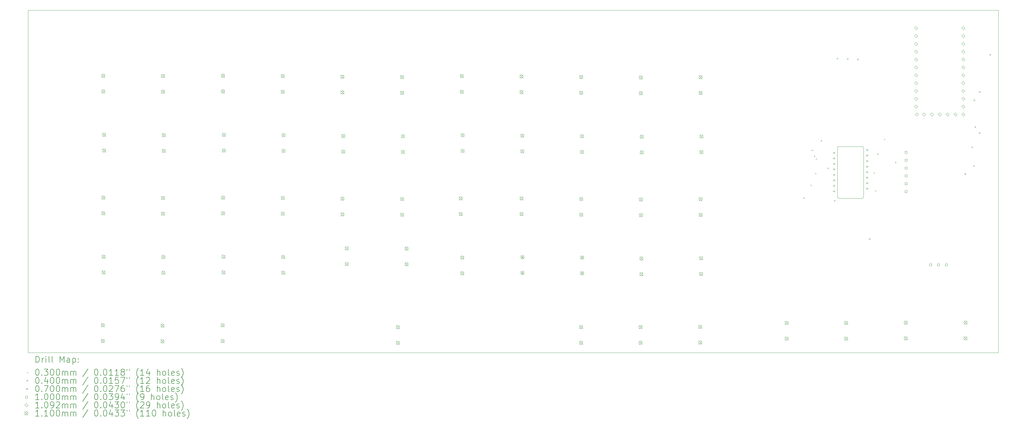
<source format=gbr>
%TF.GenerationSoftware,KiCad,Pcbnew,(6.0.7)*%
%TF.CreationDate,2022-12-01T22:56:29-08:00*%
%TF.ProjectId,openot rev2,6f70656e-6f74-4207-9265-76322e6b6963,rev?*%
%TF.SameCoordinates,Original*%
%TF.FileFunction,Drillmap*%
%TF.FilePolarity,Positive*%
%FSLAX45Y45*%
G04 Gerber Fmt 4.5, Leading zero omitted, Abs format (unit mm)*
G04 Created by KiCad (PCBNEW (6.0.7)) date 2022-12-01 22:56:29*
%MOMM*%
%LPD*%
G01*
G04 APERTURE LIST*
%ADD10C,0.100000*%
%ADD11C,0.200000*%
%ADD12C,0.030000*%
%ADD13C,0.040000*%
%ADD14C,0.070000*%
%ADD15C,0.109220*%
%ADD16C,0.110000*%
G04 APERTURE END LIST*
D10*
X32317768Y-13822223D02*
X33067768Y-13822223D01*
X32267768Y-13772223D02*
X32267768Y-12197223D01*
X32317768Y-12147223D02*
X33067768Y-12147223D01*
X32267766Y-13772223D02*
G75*
G03*
X32317768Y-13822223I50004J4D01*
G01*
X6099568Y-7738563D02*
X37478728Y-7738563D01*
X37478728Y-7738563D02*
X37478728Y-18818043D01*
X37478728Y-18818043D02*
X6099568Y-18818043D01*
X6099568Y-18818043D02*
X6099568Y-7738563D01*
X33117768Y-12197223D02*
X33117768Y-13772223D01*
X33117766Y-12197223D02*
G75*
G03*
X33067768Y-12147223I-49997J4D01*
G01*
X33067768Y-13822218D02*
G75*
G03*
X33117768Y-13772223I2J49998D01*
G01*
X32317768Y-12147218D02*
G75*
G03*
X32267768Y-12197223I2J-50002D01*
G01*
D11*
D12*
X31171568Y-13798423D02*
X31201568Y-13828423D01*
X31201568Y-13798423D02*
X31171568Y-13828423D01*
X31404968Y-13384223D02*
X31434968Y-13414223D01*
X31434968Y-13384223D02*
X31404968Y-13414223D01*
X31441568Y-12253423D02*
X31471568Y-12283423D01*
X31471568Y-12253423D02*
X31441568Y-12283423D01*
X31511568Y-12443423D02*
X31541568Y-12473423D01*
X31541568Y-12443423D02*
X31511568Y-12473423D01*
X31551568Y-13003423D02*
X31581568Y-13033423D01*
X31581568Y-13003423D02*
X31551568Y-13033423D01*
X31571568Y-12533423D02*
X31601568Y-12563423D01*
X31601568Y-12533423D02*
X31571568Y-12563423D01*
X31731568Y-11943423D02*
X31761568Y-11973423D01*
X31761568Y-11943423D02*
X31731568Y-11973423D01*
X31951568Y-12833423D02*
X31981568Y-12863423D01*
X31981568Y-12833423D02*
X31951568Y-12863423D01*
X32162845Y-13884700D02*
X32192845Y-13914700D01*
X32192845Y-13884700D02*
X32162845Y-13914700D01*
X33446568Y-12988423D02*
X33476568Y-13018423D01*
X33476568Y-12988423D02*
X33446568Y-13018423D01*
X33487768Y-13562023D02*
X33517768Y-13592023D01*
X33517768Y-13562023D02*
X33487768Y-13592023D01*
X33561568Y-12378423D02*
X33591568Y-12408423D01*
X33591568Y-12378423D02*
X33561568Y-12408423D01*
X33781568Y-11898423D02*
X33811568Y-11928423D01*
X33811568Y-11898423D02*
X33781568Y-11928423D01*
X34136467Y-12647623D02*
X34166467Y-12677623D01*
X34166467Y-12647623D02*
X34136467Y-12677623D01*
D13*
X32289188Y-9300663D02*
G75*
G03*
X32289188Y-9300663I-20000J0D01*
G01*
X32624468Y-9310823D02*
G75*
G03*
X32624468Y-9310823I-20000J0D01*
G01*
X32954668Y-9331143D02*
G75*
G03*
X32954668Y-9331143I-20000J0D01*
G01*
X33335668Y-15142663D02*
G75*
G03*
X33335668Y-15142663I-20000J0D01*
G01*
X36424308Y-13034463D02*
G75*
G03*
X36424308Y-13034463I-20000J0D01*
G01*
X36647828Y-12170863D02*
G75*
G03*
X36647828Y-12170863I-20000J0D01*
G01*
X36708788Y-12780463D02*
G75*
G03*
X36708788Y-12780463I-20000J0D01*
G01*
X36718948Y-10651943D02*
G75*
G03*
X36718948Y-10651943I-20000J0D01*
G01*
X36749428Y-11515543D02*
G75*
G03*
X36749428Y-11515543I-20000J0D01*
G01*
X36891668Y-10382703D02*
G75*
G03*
X36891668Y-10382703I-20000J0D01*
G01*
X36891668Y-11713663D02*
G75*
G03*
X36891668Y-11713663I-20000J0D01*
G01*
X37232028Y-9178743D02*
G75*
G03*
X37232028Y-9178743I-20000J0D01*
G01*
D14*
X32157668Y-12314223D02*
X32157668Y-12384223D01*
X32122668Y-12349223D02*
X32192668Y-12349223D01*
X32157668Y-12492223D02*
X32157668Y-12562223D01*
X32122668Y-12527223D02*
X32192668Y-12527223D01*
X32157668Y-12670223D02*
X32157668Y-12740223D01*
X32122668Y-12705223D02*
X32192668Y-12705223D01*
X32157668Y-12848223D02*
X32157668Y-12918223D01*
X32122668Y-12883223D02*
X32192668Y-12883223D01*
X32157668Y-13026223D02*
X32157668Y-13096223D01*
X32122668Y-13061223D02*
X32192668Y-13061223D01*
X32157668Y-13204223D02*
X32157668Y-13274223D01*
X32122668Y-13239223D02*
X32192668Y-13239223D01*
X32157668Y-13382223D02*
X32157668Y-13452223D01*
X32122668Y-13417223D02*
X32192668Y-13417223D01*
X32157668Y-13560223D02*
X32157668Y-13630223D01*
X32122668Y-13595223D02*
X32192668Y-13595223D01*
X33227668Y-12225223D02*
X33227668Y-12295223D01*
X33192668Y-12260223D02*
X33262668Y-12260223D01*
X33227668Y-12403223D02*
X33227668Y-12473223D01*
X33192668Y-12438223D02*
X33262668Y-12438223D01*
X33227668Y-12581223D02*
X33227668Y-12651223D01*
X33192668Y-12616223D02*
X33262668Y-12616223D01*
X33227668Y-12759223D02*
X33227668Y-12829223D01*
X33192668Y-12794223D02*
X33262668Y-12794223D01*
X33227668Y-12937223D02*
X33227668Y-13007223D01*
X33192668Y-12972223D02*
X33262668Y-12972223D01*
X33227668Y-13115223D02*
X33227668Y-13185223D01*
X33192668Y-13150223D02*
X33262668Y-13150223D01*
X33227668Y-13293223D02*
X33227668Y-13363223D01*
X33192668Y-13328223D02*
X33262668Y-13328223D01*
X33227668Y-13471223D02*
X33227668Y-13541223D01*
X33192668Y-13506223D02*
X33262668Y-13506223D01*
D10*
X34519424Y-12368779D02*
X34519424Y-12298068D01*
X34448713Y-12298068D01*
X34448713Y-12368779D01*
X34519424Y-12368779D01*
X34519424Y-12622779D02*
X34519424Y-12552068D01*
X34448713Y-12552068D01*
X34448713Y-12622779D01*
X34519424Y-12622779D01*
X34519424Y-12876779D02*
X34519424Y-12806068D01*
X34448713Y-12806068D01*
X34448713Y-12876779D01*
X34519424Y-12876779D01*
X34519424Y-13130779D02*
X34519424Y-13060068D01*
X34448713Y-13060068D01*
X34448713Y-13130779D01*
X34519424Y-13130779D01*
X34519424Y-13384779D02*
X34519424Y-13314068D01*
X34448713Y-13314068D01*
X34448713Y-13384779D01*
X34519424Y-13384779D01*
X34519424Y-13638779D02*
X34519424Y-13568068D01*
X34448713Y-13568068D01*
X34448713Y-13638779D01*
X34519424Y-13638779D01*
X35316984Y-16011139D02*
X35316984Y-15940428D01*
X35246273Y-15940428D01*
X35246273Y-16011139D01*
X35316984Y-16011139D01*
X35570984Y-16011139D02*
X35570984Y-15940428D01*
X35500273Y-15940428D01*
X35500273Y-16011139D01*
X35570984Y-16011139D01*
X35824984Y-16011139D02*
X35824984Y-15940428D01*
X35754273Y-15940428D01*
X35754273Y-16011139D01*
X35824984Y-16011139D01*
D15*
X34814268Y-8369753D02*
X34868878Y-8315143D01*
X34814268Y-8260533D01*
X34759658Y-8315143D01*
X34814268Y-8369753D01*
X34814268Y-8623753D02*
X34868878Y-8569143D01*
X34814268Y-8514533D01*
X34759658Y-8569143D01*
X34814268Y-8623753D01*
X34814268Y-8877753D02*
X34868878Y-8823143D01*
X34814268Y-8768533D01*
X34759658Y-8823143D01*
X34814268Y-8877753D01*
X34814268Y-9131753D02*
X34868878Y-9077143D01*
X34814268Y-9022533D01*
X34759658Y-9077143D01*
X34814268Y-9131753D01*
X34814268Y-9385753D02*
X34868878Y-9331143D01*
X34814268Y-9276533D01*
X34759658Y-9331143D01*
X34814268Y-9385753D01*
X34814268Y-9639753D02*
X34868878Y-9585143D01*
X34814268Y-9530533D01*
X34759658Y-9585143D01*
X34814268Y-9639753D01*
X34814268Y-9893753D02*
X34868878Y-9839143D01*
X34814268Y-9784533D01*
X34759658Y-9839143D01*
X34814268Y-9893753D01*
X34814268Y-10147753D02*
X34868878Y-10093143D01*
X34814268Y-10038533D01*
X34759658Y-10093143D01*
X34814268Y-10147753D01*
X34814268Y-10401753D02*
X34868878Y-10347143D01*
X34814268Y-10292533D01*
X34759658Y-10347143D01*
X34814268Y-10401753D01*
X34814268Y-10655753D02*
X34868878Y-10601143D01*
X34814268Y-10546533D01*
X34759658Y-10601143D01*
X34814268Y-10655753D01*
X34814268Y-10909753D02*
X34868878Y-10855143D01*
X34814268Y-10800533D01*
X34759658Y-10855143D01*
X34814268Y-10909753D01*
X34837128Y-11163753D02*
X34891738Y-11109143D01*
X34837128Y-11054533D01*
X34782518Y-11109143D01*
X34837128Y-11163753D01*
X35068268Y-11163753D02*
X35122878Y-11109143D01*
X35068268Y-11054533D01*
X35013658Y-11109143D01*
X35068268Y-11163753D01*
X35322268Y-11163753D02*
X35376878Y-11109143D01*
X35322268Y-11054533D01*
X35267658Y-11109143D01*
X35322268Y-11163753D01*
X35576268Y-11163753D02*
X35630878Y-11109143D01*
X35576268Y-11054533D01*
X35521658Y-11109143D01*
X35576268Y-11163753D01*
X35830268Y-11163753D02*
X35884878Y-11109143D01*
X35830268Y-11054533D01*
X35775658Y-11109143D01*
X35830268Y-11163753D01*
X36084268Y-11163753D02*
X36138878Y-11109143D01*
X36084268Y-11054533D01*
X36029658Y-11109143D01*
X36084268Y-11163753D01*
X36338268Y-8369753D02*
X36392878Y-8315143D01*
X36338268Y-8260533D01*
X36283658Y-8315143D01*
X36338268Y-8369753D01*
X36338268Y-8623753D02*
X36392878Y-8569143D01*
X36338268Y-8514533D01*
X36283658Y-8569143D01*
X36338268Y-8623753D01*
X36338268Y-8877753D02*
X36392878Y-8823143D01*
X36338268Y-8768533D01*
X36283658Y-8823143D01*
X36338268Y-8877753D01*
X36338268Y-9131753D02*
X36392878Y-9077143D01*
X36338268Y-9022533D01*
X36283658Y-9077143D01*
X36338268Y-9131753D01*
X36338268Y-9385753D02*
X36392878Y-9331143D01*
X36338268Y-9276533D01*
X36283658Y-9331143D01*
X36338268Y-9385753D01*
X36338268Y-9639753D02*
X36392878Y-9585143D01*
X36338268Y-9530533D01*
X36283658Y-9585143D01*
X36338268Y-9639753D01*
X36338268Y-9893753D02*
X36392878Y-9839143D01*
X36338268Y-9784533D01*
X36283658Y-9839143D01*
X36338268Y-9893753D01*
X36338268Y-10147753D02*
X36392878Y-10093143D01*
X36338268Y-10038533D01*
X36283658Y-10093143D01*
X36338268Y-10147753D01*
X36338268Y-10401753D02*
X36392878Y-10347143D01*
X36338268Y-10292533D01*
X36283658Y-10347143D01*
X36338268Y-10401753D01*
X36338268Y-10655753D02*
X36392878Y-10601143D01*
X36338268Y-10546533D01*
X36283658Y-10601143D01*
X36338268Y-10655753D01*
X36338268Y-10909753D02*
X36392878Y-10855143D01*
X36338268Y-10800533D01*
X36283658Y-10855143D01*
X36338268Y-10909753D01*
X36338268Y-11163753D02*
X36392878Y-11109143D01*
X36338268Y-11054533D01*
X36283658Y-11109143D01*
X36338268Y-11163753D01*
D16*
X8460300Y-17876200D02*
X8570300Y-17986200D01*
X8570300Y-17876200D02*
X8460300Y-17986200D01*
X8570300Y-17931200D02*
G75*
G03*
X8570300Y-17931200I-55000J0D01*
G01*
X8460300Y-18384200D02*
X8570300Y-18494200D01*
X8570300Y-18384200D02*
X8460300Y-18494200D01*
X8570300Y-18439200D02*
G75*
G03*
X8570300Y-18439200I-55000J0D01*
G01*
X8473000Y-9799000D02*
X8583000Y-9909000D01*
X8583000Y-9799000D02*
X8473000Y-9909000D01*
X8583000Y-9854000D02*
G75*
G03*
X8583000Y-9854000I-55000J0D01*
G01*
X8473000Y-10307000D02*
X8583000Y-10417000D01*
X8583000Y-10307000D02*
X8473000Y-10417000D01*
X8583000Y-10362000D02*
G75*
G03*
X8583000Y-10362000I-55000J0D01*
G01*
X8476027Y-13745950D02*
X8586027Y-13855950D01*
X8586027Y-13745950D02*
X8476027Y-13855950D01*
X8586027Y-13800950D02*
G75*
G03*
X8586027Y-13800950I-55000J0D01*
G01*
X8476027Y-14253950D02*
X8586027Y-14363950D01*
X8586027Y-14253950D02*
X8476027Y-14363950D01*
X8586027Y-14308950D02*
G75*
G03*
X8586027Y-14308950I-55000J0D01*
G01*
X8488727Y-15656030D02*
X8598727Y-15766030D01*
X8598727Y-15656030D02*
X8488727Y-15766030D01*
X8598727Y-15711030D02*
G75*
G03*
X8598727Y-15711030I-55000J0D01*
G01*
X8488727Y-16164030D02*
X8598727Y-16274030D01*
X8598727Y-16164030D02*
X8488727Y-16274030D01*
X8598727Y-16219030D02*
G75*
G03*
X8598727Y-16219030I-55000J0D01*
G01*
X8501427Y-11713950D02*
X8611427Y-11823950D01*
X8611427Y-11713950D02*
X8501427Y-11823950D01*
X8611427Y-11768950D02*
G75*
G03*
X8611427Y-11768950I-55000J0D01*
G01*
X8501427Y-12221950D02*
X8611427Y-12331950D01*
X8611427Y-12221950D02*
X8501427Y-12331950D01*
X8611427Y-12276950D02*
G75*
G03*
X8611427Y-12276950I-55000J0D01*
G01*
X10390700Y-17888900D02*
X10500700Y-17998900D01*
X10500700Y-17888900D02*
X10390700Y-17998900D01*
X10500700Y-17943900D02*
G75*
G03*
X10500700Y-17943900I-55000J0D01*
G01*
X10390700Y-18396900D02*
X10500700Y-18506900D01*
X10500700Y-18396900D02*
X10390700Y-18506900D01*
X10500700Y-18451900D02*
G75*
G03*
X10500700Y-18451900I-55000J0D01*
G01*
X10403400Y-9811700D02*
X10513400Y-9921700D01*
X10513400Y-9811700D02*
X10403400Y-9921700D01*
X10513400Y-9866700D02*
G75*
G03*
X10513400Y-9866700I-55000J0D01*
G01*
X10403400Y-10319700D02*
X10513400Y-10429700D01*
X10513400Y-10319700D02*
X10403400Y-10429700D01*
X10513400Y-10374700D02*
G75*
G03*
X10513400Y-10374700I-55000J0D01*
G01*
X10406427Y-13758650D02*
X10516427Y-13868650D01*
X10516427Y-13758650D02*
X10406427Y-13868650D01*
X10516427Y-13813650D02*
G75*
G03*
X10516427Y-13813650I-55000J0D01*
G01*
X10406427Y-14266650D02*
X10516427Y-14376650D01*
X10516427Y-14266650D02*
X10406427Y-14376650D01*
X10516427Y-14321650D02*
G75*
G03*
X10516427Y-14321650I-55000J0D01*
G01*
X10419127Y-15668730D02*
X10529127Y-15778730D01*
X10529127Y-15668730D02*
X10419127Y-15778730D01*
X10529127Y-15723730D02*
G75*
G03*
X10529127Y-15723730I-55000J0D01*
G01*
X10419127Y-16176730D02*
X10529127Y-16286730D01*
X10529127Y-16176730D02*
X10419127Y-16286730D01*
X10529127Y-16231730D02*
G75*
G03*
X10529127Y-16231730I-55000J0D01*
G01*
X10431827Y-11726650D02*
X10541827Y-11836650D01*
X10541827Y-11726650D02*
X10431827Y-11836650D01*
X10541827Y-11781650D02*
G75*
G03*
X10541827Y-11781650I-55000J0D01*
G01*
X10431827Y-12234650D02*
X10541827Y-12344650D01*
X10541827Y-12234650D02*
X10431827Y-12344650D01*
X10541827Y-12289650D02*
G75*
G03*
X10541827Y-12289650I-55000J0D01*
G01*
X12333800Y-17876200D02*
X12443800Y-17986200D01*
X12443800Y-17876200D02*
X12333800Y-17986200D01*
X12443800Y-17931200D02*
G75*
G03*
X12443800Y-17931200I-55000J0D01*
G01*
X12333800Y-18384200D02*
X12443800Y-18494200D01*
X12443800Y-18384200D02*
X12333800Y-18494200D01*
X12443800Y-18439200D02*
G75*
G03*
X12443800Y-18439200I-55000J0D01*
G01*
X12346500Y-9799000D02*
X12456500Y-9909000D01*
X12456500Y-9799000D02*
X12346500Y-9909000D01*
X12456500Y-9854000D02*
G75*
G03*
X12456500Y-9854000I-55000J0D01*
G01*
X12346500Y-10307000D02*
X12456500Y-10417000D01*
X12456500Y-10307000D02*
X12346500Y-10417000D01*
X12456500Y-10362000D02*
G75*
G03*
X12456500Y-10362000I-55000J0D01*
G01*
X12349527Y-13745950D02*
X12459527Y-13855950D01*
X12459527Y-13745950D02*
X12349527Y-13855950D01*
X12459527Y-13800950D02*
G75*
G03*
X12459527Y-13800950I-55000J0D01*
G01*
X12349527Y-14253950D02*
X12459527Y-14363950D01*
X12459527Y-14253950D02*
X12349527Y-14363950D01*
X12459527Y-14308950D02*
G75*
G03*
X12459527Y-14308950I-55000J0D01*
G01*
X12362227Y-15656030D02*
X12472227Y-15766030D01*
X12472227Y-15656030D02*
X12362227Y-15766030D01*
X12472227Y-15711030D02*
G75*
G03*
X12472227Y-15711030I-55000J0D01*
G01*
X12362227Y-16164030D02*
X12472227Y-16274030D01*
X12472227Y-16164030D02*
X12362227Y-16274030D01*
X12472227Y-16219030D02*
G75*
G03*
X12472227Y-16219030I-55000J0D01*
G01*
X12374927Y-11713950D02*
X12484927Y-11823950D01*
X12484927Y-11713950D02*
X12374927Y-11823950D01*
X12484927Y-11768950D02*
G75*
G03*
X12484927Y-11768950I-55000J0D01*
G01*
X12374927Y-12221950D02*
X12484927Y-12331950D01*
X12484927Y-12221950D02*
X12374927Y-12331950D01*
X12484927Y-12276950D02*
G75*
G03*
X12484927Y-12276950I-55000J0D01*
G01*
X14276900Y-9811700D02*
X14386900Y-9921700D01*
X14386900Y-9811700D02*
X14276900Y-9921700D01*
X14386900Y-9866700D02*
G75*
G03*
X14386900Y-9866700I-55000J0D01*
G01*
X14276900Y-10319700D02*
X14386900Y-10429700D01*
X14386900Y-10319700D02*
X14276900Y-10429700D01*
X14386900Y-10374700D02*
G75*
G03*
X14386900Y-10374700I-55000J0D01*
G01*
X14279927Y-13758650D02*
X14389927Y-13868650D01*
X14389927Y-13758650D02*
X14279927Y-13868650D01*
X14389927Y-13813650D02*
G75*
G03*
X14389927Y-13813650I-55000J0D01*
G01*
X14279927Y-14266650D02*
X14389927Y-14376650D01*
X14389927Y-14266650D02*
X14279927Y-14376650D01*
X14389927Y-14321650D02*
G75*
G03*
X14389927Y-14321650I-55000J0D01*
G01*
X14292627Y-15668730D02*
X14402627Y-15778730D01*
X14402627Y-15668730D02*
X14292627Y-15778730D01*
X14402627Y-15723730D02*
G75*
G03*
X14402627Y-15723730I-55000J0D01*
G01*
X14292627Y-16176730D02*
X14402627Y-16286730D01*
X14402627Y-16176730D02*
X14292627Y-16286730D01*
X14402627Y-16231730D02*
G75*
G03*
X14402627Y-16231730I-55000J0D01*
G01*
X14305327Y-11726650D02*
X14415327Y-11836650D01*
X14415327Y-11726650D02*
X14305327Y-11836650D01*
X14415327Y-11781650D02*
G75*
G03*
X14415327Y-11781650I-55000J0D01*
G01*
X14305327Y-12234650D02*
X14415327Y-12344650D01*
X14415327Y-12234650D02*
X14305327Y-12344650D01*
X14415327Y-12289650D02*
G75*
G03*
X14415327Y-12289650I-55000J0D01*
G01*
X16207300Y-9833482D02*
X16317300Y-9943482D01*
X16317300Y-9833482D02*
X16207300Y-9943482D01*
X16317300Y-9888482D02*
G75*
G03*
X16317300Y-9888482I-55000J0D01*
G01*
X16207300Y-10341482D02*
X16317300Y-10451482D01*
X16317300Y-10341482D02*
X16207300Y-10451482D01*
X16317300Y-10396482D02*
G75*
G03*
X16317300Y-10396482I-55000J0D01*
G01*
X16210327Y-13780431D02*
X16320327Y-13890431D01*
X16320327Y-13780431D02*
X16210327Y-13890431D01*
X16320327Y-13835431D02*
G75*
G03*
X16320327Y-13835431I-55000J0D01*
G01*
X16210327Y-14288431D02*
X16320327Y-14398431D01*
X16320327Y-14288431D02*
X16210327Y-14398431D01*
X16320327Y-14343431D02*
G75*
G03*
X16320327Y-14343431I-55000J0D01*
G01*
X16235727Y-11748431D02*
X16345727Y-11858431D01*
X16345727Y-11748431D02*
X16235727Y-11858431D01*
X16345727Y-11803431D02*
G75*
G03*
X16345727Y-11803431I-55000J0D01*
G01*
X16235727Y-12256431D02*
X16345727Y-12366431D01*
X16345727Y-12256431D02*
X16235727Y-12366431D01*
X16345727Y-12311431D02*
G75*
G03*
X16345727Y-12311431I-55000J0D01*
G01*
X16347000Y-15387000D02*
X16457000Y-15497000D01*
X16457000Y-15387000D02*
X16347000Y-15497000D01*
X16457000Y-15442000D02*
G75*
G03*
X16457000Y-15442000I-55000J0D01*
G01*
X16347000Y-15895000D02*
X16457000Y-16005000D01*
X16457000Y-15895000D02*
X16347000Y-16005000D01*
X16457000Y-15950000D02*
G75*
G03*
X16457000Y-15950000I-55000J0D01*
G01*
X18003080Y-17939910D02*
X18113080Y-18049910D01*
X18113080Y-17939910D02*
X18003080Y-18049910D01*
X18113080Y-17994910D02*
G75*
G03*
X18113080Y-17994910I-55000J0D01*
G01*
X18003080Y-18447910D02*
X18113080Y-18557910D01*
X18113080Y-18447910D02*
X18003080Y-18557910D01*
X18113080Y-18502910D02*
G75*
G03*
X18113080Y-18502910I-55000J0D01*
G01*
X18137700Y-9846182D02*
X18247700Y-9956182D01*
X18247700Y-9846182D02*
X18137700Y-9956182D01*
X18247700Y-9901182D02*
G75*
G03*
X18247700Y-9901182I-55000J0D01*
G01*
X18137700Y-10354182D02*
X18247700Y-10464182D01*
X18247700Y-10354182D02*
X18137700Y-10464182D01*
X18247700Y-10409182D02*
G75*
G03*
X18247700Y-10409182I-55000J0D01*
G01*
X18140727Y-13793131D02*
X18250727Y-13903131D01*
X18250727Y-13793131D02*
X18140727Y-13903131D01*
X18250727Y-13848131D02*
G75*
G03*
X18250727Y-13848131I-55000J0D01*
G01*
X18140727Y-14301131D02*
X18250727Y-14411131D01*
X18250727Y-14301131D02*
X18140727Y-14411131D01*
X18250727Y-14356131D02*
G75*
G03*
X18250727Y-14356131I-55000J0D01*
G01*
X18166127Y-11761131D02*
X18276127Y-11871131D01*
X18276127Y-11761131D02*
X18166127Y-11871131D01*
X18276127Y-11816131D02*
G75*
G03*
X18276127Y-11816131I-55000J0D01*
G01*
X18166127Y-12269131D02*
X18276127Y-12379131D01*
X18276127Y-12269131D02*
X18166127Y-12379131D01*
X18276127Y-12324131D02*
G75*
G03*
X18276127Y-12324131I-55000J0D01*
G01*
X18285000Y-15394218D02*
X18395000Y-15504218D01*
X18395000Y-15394218D02*
X18285000Y-15504218D01*
X18395000Y-15449218D02*
G75*
G03*
X18395000Y-15449218I-55000J0D01*
G01*
X18285000Y-15902218D02*
X18395000Y-16012218D01*
X18395000Y-15902218D02*
X18285000Y-16012218D01*
X18395000Y-15957218D02*
G75*
G03*
X18395000Y-15957218I-55000J0D01*
G01*
X20035000Y-13769218D02*
X20145000Y-13879218D01*
X20145000Y-13769218D02*
X20035000Y-13879218D01*
X20145000Y-13824218D02*
G75*
G03*
X20145000Y-13824218I-55000J0D01*
G01*
X20035000Y-14277218D02*
X20145000Y-14387218D01*
X20145000Y-14277218D02*
X20035000Y-14387218D01*
X20145000Y-14332218D02*
G75*
G03*
X20145000Y-14332218I-55000J0D01*
G01*
X20068100Y-9811700D02*
X20178100Y-9921700D01*
X20178100Y-9811700D02*
X20068100Y-9921700D01*
X20178100Y-9866700D02*
G75*
G03*
X20178100Y-9866700I-55000J0D01*
G01*
X20068100Y-10319700D02*
X20178100Y-10429700D01*
X20178100Y-10319700D02*
X20068100Y-10429700D01*
X20178100Y-10374700D02*
G75*
G03*
X20178100Y-10374700I-55000J0D01*
G01*
X20084313Y-15686683D02*
X20194313Y-15796683D01*
X20194313Y-15686683D02*
X20084313Y-15796683D01*
X20194313Y-15741683D02*
G75*
G03*
X20194313Y-15741683I-55000J0D01*
G01*
X20084313Y-16194683D02*
X20194313Y-16304683D01*
X20194313Y-16194683D02*
X20084313Y-16304683D01*
X20194313Y-16249683D02*
G75*
G03*
X20194313Y-16249683I-55000J0D01*
G01*
X20096527Y-11726650D02*
X20206527Y-11836650D01*
X20206527Y-11726650D02*
X20096527Y-11836650D01*
X20206527Y-11781650D02*
G75*
G03*
X20206527Y-11781650I-55000J0D01*
G01*
X20096527Y-12234650D02*
X20206527Y-12344650D01*
X20206527Y-12234650D02*
X20096527Y-12344650D01*
X20206527Y-12289650D02*
G75*
G03*
X20206527Y-12289650I-55000J0D01*
G01*
X21998500Y-9824400D02*
X22108500Y-9934400D01*
X22108500Y-9824400D02*
X21998500Y-9934400D01*
X22108500Y-9879400D02*
G75*
G03*
X22108500Y-9879400I-55000J0D01*
G01*
X21998500Y-10332400D02*
X22108500Y-10442400D01*
X22108500Y-10332400D02*
X21998500Y-10442400D01*
X22108500Y-10387400D02*
G75*
G03*
X22108500Y-10387400I-55000J0D01*
G01*
X22001527Y-13771350D02*
X22111527Y-13881350D01*
X22111527Y-13771350D02*
X22001527Y-13881350D01*
X22111527Y-13826350D02*
G75*
G03*
X22111527Y-13826350I-55000J0D01*
G01*
X22001527Y-14279350D02*
X22111527Y-14389350D01*
X22111527Y-14279350D02*
X22001527Y-14389350D01*
X22111527Y-14334350D02*
G75*
G03*
X22111527Y-14334350I-55000J0D01*
G01*
X22026927Y-11739350D02*
X22136927Y-11849350D01*
X22136927Y-11739350D02*
X22026927Y-11849350D01*
X22136927Y-11794350D02*
G75*
G03*
X22136927Y-11794350I-55000J0D01*
G01*
X22026927Y-12247350D02*
X22136927Y-12357350D01*
X22136927Y-12247350D02*
X22026927Y-12357350D01*
X22136927Y-12302350D02*
G75*
G03*
X22136927Y-12302350I-55000J0D01*
G01*
X22027413Y-15673983D02*
X22137413Y-15783983D01*
X22137413Y-15673983D02*
X22027413Y-15783983D01*
X22137413Y-15728983D02*
G75*
G03*
X22137413Y-15728983I-55000J0D01*
G01*
X22027413Y-16181983D02*
X22137413Y-16291983D01*
X22137413Y-16181983D02*
X22027413Y-16291983D01*
X22137413Y-16236983D02*
G75*
G03*
X22137413Y-16236983I-55000J0D01*
G01*
X23926360Y-17936082D02*
X24036360Y-18046082D01*
X24036360Y-17936082D02*
X23926360Y-18046082D01*
X24036360Y-17991082D02*
G75*
G03*
X24036360Y-17991082I-55000J0D01*
G01*
X23926360Y-18444082D02*
X24036360Y-18554082D01*
X24036360Y-18444082D02*
X23926360Y-18554082D01*
X24036360Y-18499082D02*
G75*
G03*
X24036360Y-18499082I-55000J0D01*
G01*
X23928900Y-9846182D02*
X24038900Y-9956182D01*
X24038900Y-9846182D02*
X23928900Y-9956182D01*
X24038900Y-9901182D02*
G75*
G03*
X24038900Y-9901182I-55000J0D01*
G01*
X23928900Y-10354182D02*
X24038900Y-10464182D01*
X24038900Y-10354182D02*
X23928900Y-10464182D01*
X24038900Y-10409182D02*
G75*
G03*
X24038900Y-10409182I-55000J0D01*
G01*
X23931927Y-13793131D02*
X24041927Y-13903131D01*
X24041927Y-13793131D02*
X23931927Y-13903131D01*
X24041927Y-13848131D02*
G75*
G03*
X24041927Y-13848131I-55000J0D01*
G01*
X23931927Y-14301131D02*
X24041927Y-14411131D01*
X24041927Y-14301131D02*
X23931927Y-14411131D01*
X24041927Y-14356131D02*
G75*
G03*
X24041927Y-14356131I-55000J0D01*
G01*
X23957327Y-11761131D02*
X24067327Y-11871131D01*
X24067327Y-11761131D02*
X23957327Y-11871131D01*
X24067327Y-11816131D02*
G75*
G03*
X24067327Y-11816131I-55000J0D01*
G01*
X23957327Y-12269131D02*
X24067327Y-12379131D01*
X24067327Y-12269131D02*
X23957327Y-12379131D01*
X24067327Y-12324131D02*
G75*
G03*
X24067327Y-12324131I-55000J0D01*
G01*
X23957813Y-15686683D02*
X24067813Y-15796683D01*
X24067813Y-15686683D02*
X23957813Y-15796683D01*
X24067813Y-15741683D02*
G75*
G03*
X24067813Y-15741683I-55000J0D01*
G01*
X23957813Y-16194683D02*
X24067813Y-16304683D01*
X24067813Y-16194683D02*
X23957813Y-16304683D01*
X24067813Y-16249683D02*
G75*
G03*
X24067813Y-16249683I-55000J0D01*
G01*
X25846600Y-17936082D02*
X25956600Y-18046082D01*
X25956600Y-17936082D02*
X25846600Y-18046082D01*
X25956600Y-17991082D02*
G75*
G03*
X25956600Y-17991082I-55000J0D01*
G01*
X25846600Y-18444082D02*
X25956600Y-18554082D01*
X25956600Y-18444082D02*
X25846600Y-18554082D01*
X25956600Y-18499082D02*
G75*
G03*
X25956600Y-18499082I-55000J0D01*
G01*
X25859300Y-9858882D02*
X25969300Y-9968882D01*
X25969300Y-9858882D02*
X25859300Y-9968882D01*
X25969300Y-9913882D02*
G75*
G03*
X25969300Y-9913882I-55000J0D01*
G01*
X25859300Y-10366882D02*
X25969300Y-10476882D01*
X25969300Y-10366882D02*
X25859300Y-10476882D01*
X25969300Y-10421882D02*
G75*
G03*
X25969300Y-10421882I-55000J0D01*
G01*
X25862327Y-13805831D02*
X25972327Y-13915831D01*
X25972327Y-13805831D02*
X25862327Y-13915831D01*
X25972327Y-13860831D02*
G75*
G03*
X25972327Y-13860831I-55000J0D01*
G01*
X25862327Y-14313831D02*
X25972327Y-14423831D01*
X25972327Y-14313831D02*
X25862327Y-14423831D01*
X25972327Y-14368831D02*
G75*
G03*
X25972327Y-14368831I-55000J0D01*
G01*
X25875027Y-15715911D02*
X25985027Y-15825911D01*
X25985027Y-15715911D02*
X25875027Y-15825911D01*
X25985027Y-15770911D02*
G75*
G03*
X25985027Y-15770911I-55000J0D01*
G01*
X25875027Y-16223911D02*
X25985027Y-16333911D01*
X25985027Y-16223911D02*
X25875027Y-16333911D01*
X25985027Y-16278911D02*
G75*
G03*
X25985027Y-16278911I-55000J0D01*
G01*
X25887727Y-11773831D02*
X25997727Y-11883831D01*
X25997727Y-11773831D02*
X25887727Y-11883831D01*
X25997727Y-11828831D02*
G75*
G03*
X25997727Y-11828831I-55000J0D01*
G01*
X25887727Y-12281831D02*
X25997727Y-12391831D01*
X25997727Y-12281831D02*
X25887727Y-12391831D01*
X25997727Y-12336831D02*
G75*
G03*
X25997727Y-12336831I-55000J0D01*
G01*
X27777000Y-17927000D02*
X27887000Y-18037000D01*
X27887000Y-17927000D02*
X27777000Y-18037000D01*
X27887000Y-17982000D02*
G75*
G03*
X27887000Y-17982000I-55000J0D01*
G01*
X27777000Y-18435000D02*
X27887000Y-18545000D01*
X27887000Y-18435000D02*
X27777000Y-18545000D01*
X27887000Y-18490000D02*
G75*
G03*
X27887000Y-18490000I-55000J0D01*
G01*
X27789700Y-9849800D02*
X27899700Y-9959800D01*
X27899700Y-9849800D02*
X27789700Y-9959800D01*
X27899700Y-9904800D02*
G75*
G03*
X27899700Y-9904800I-55000J0D01*
G01*
X27789700Y-10357800D02*
X27899700Y-10467800D01*
X27899700Y-10357800D02*
X27789700Y-10467800D01*
X27899700Y-10412800D02*
G75*
G03*
X27899700Y-10412800I-55000J0D01*
G01*
X27792727Y-13796750D02*
X27902727Y-13906750D01*
X27902727Y-13796750D02*
X27792727Y-13906750D01*
X27902727Y-13851750D02*
G75*
G03*
X27902727Y-13851750I-55000J0D01*
G01*
X27792727Y-14304750D02*
X27902727Y-14414750D01*
X27902727Y-14304750D02*
X27792727Y-14414750D01*
X27902727Y-14359750D02*
G75*
G03*
X27902727Y-14359750I-55000J0D01*
G01*
X27805427Y-15706830D02*
X27915427Y-15816830D01*
X27915427Y-15706830D02*
X27805427Y-15816830D01*
X27915427Y-15761830D02*
G75*
G03*
X27915427Y-15761830I-55000J0D01*
G01*
X27805427Y-16214830D02*
X27915427Y-16324830D01*
X27915427Y-16214830D02*
X27805427Y-16324830D01*
X27915427Y-16269830D02*
G75*
G03*
X27915427Y-16269830I-55000J0D01*
G01*
X27818127Y-11764750D02*
X27928127Y-11874750D01*
X27928127Y-11764750D02*
X27818127Y-11874750D01*
X27928127Y-11819750D02*
G75*
G03*
X27928127Y-11819750I-55000J0D01*
G01*
X27818127Y-12272750D02*
X27928127Y-12382750D01*
X27928127Y-12272750D02*
X27818127Y-12382750D01*
X27928127Y-12327750D02*
G75*
G03*
X27928127Y-12327750I-55000J0D01*
G01*
X30571000Y-17800000D02*
X30681000Y-17910000D01*
X30681000Y-17800000D02*
X30571000Y-17910000D01*
X30681000Y-17855000D02*
G75*
G03*
X30681000Y-17855000I-55000J0D01*
G01*
X30571000Y-18308000D02*
X30681000Y-18418000D01*
X30681000Y-18308000D02*
X30571000Y-18418000D01*
X30681000Y-18363000D02*
G75*
G03*
X30681000Y-18363000I-55000J0D01*
G01*
X32493780Y-17800000D02*
X32603780Y-17910000D01*
X32603780Y-17800000D02*
X32493780Y-17910000D01*
X32603780Y-17855000D02*
G75*
G03*
X32603780Y-17855000I-55000J0D01*
G01*
X32493780Y-18308000D02*
X32603780Y-18418000D01*
X32603780Y-18308000D02*
X32493780Y-18418000D01*
X32603780Y-18363000D02*
G75*
G03*
X32603780Y-18363000I-55000J0D01*
G01*
X34424180Y-17790918D02*
X34534180Y-17900918D01*
X34534180Y-17790918D02*
X34424180Y-17900918D01*
X34534180Y-17845918D02*
G75*
G03*
X34534180Y-17845918I-55000J0D01*
G01*
X34424180Y-18298918D02*
X34534180Y-18408918D01*
X34534180Y-18298918D02*
X34424180Y-18408918D01*
X34534180Y-18353918D02*
G75*
G03*
X34534180Y-18353918I-55000J0D01*
G01*
X36354580Y-17790918D02*
X36464580Y-17900918D01*
X36464580Y-17790918D02*
X36354580Y-17900918D01*
X36464580Y-17845918D02*
G75*
G03*
X36464580Y-17845918I-55000J0D01*
G01*
X36354580Y-18298918D02*
X36464580Y-18408918D01*
X36464580Y-18298918D02*
X36354580Y-18408918D01*
X36464580Y-18353918D02*
G75*
G03*
X36464580Y-18353918I-55000J0D01*
G01*
D11*
X6352187Y-19133520D02*
X6352187Y-18933520D01*
X6399806Y-18933520D01*
X6428378Y-18943043D01*
X6447425Y-18962091D01*
X6456949Y-18981139D01*
X6466473Y-19019234D01*
X6466473Y-19047805D01*
X6456949Y-19085901D01*
X6447425Y-19104948D01*
X6428378Y-19123996D01*
X6399806Y-19133520D01*
X6352187Y-19133520D01*
X6552187Y-19133520D02*
X6552187Y-19000186D01*
X6552187Y-19038281D02*
X6561711Y-19019234D01*
X6571235Y-19009710D01*
X6590282Y-19000186D01*
X6609330Y-19000186D01*
X6675997Y-19133520D02*
X6675997Y-19000186D01*
X6675997Y-18933520D02*
X6666473Y-18943043D01*
X6675997Y-18952567D01*
X6685521Y-18943043D01*
X6675997Y-18933520D01*
X6675997Y-18952567D01*
X6799806Y-19133520D02*
X6780759Y-19123996D01*
X6771235Y-19104948D01*
X6771235Y-18933520D01*
X6904568Y-19133520D02*
X6885521Y-19123996D01*
X6875997Y-19104948D01*
X6875997Y-18933520D01*
X7133140Y-19133520D02*
X7133140Y-18933520D01*
X7199806Y-19076377D01*
X7266473Y-18933520D01*
X7266473Y-19133520D01*
X7447425Y-19133520D02*
X7447425Y-19028758D01*
X7437902Y-19009710D01*
X7418854Y-19000186D01*
X7380759Y-19000186D01*
X7361711Y-19009710D01*
X7447425Y-19123996D02*
X7428378Y-19133520D01*
X7380759Y-19133520D01*
X7361711Y-19123996D01*
X7352187Y-19104948D01*
X7352187Y-19085901D01*
X7361711Y-19066853D01*
X7380759Y-19057329D01*
X7428378Y-19057329D01*
X7447425Y-19047805D01*
X7542663Y-19000186D02*
X7542663Y-19200186D01*
X7542663Y-19009710D02*
X7561711Y-19000186D01*
X7599806Y-19000186D01*
X7618854Y-19009710D01*
X7628378Y-19019234D01*
X7637902Y-19038281D01*
X7637902Y-19095424D01*
X7628378Y-19114472D01*
X7618854Y-19123996D01*
X7599806Y-19133520D01*
X7561711Y-19133520D01*
X7542663Y-19123996D01*
X7723616Y-19114472D02*
X7733140Y-19123996D01*
X7723616Y-19133520D01*
X7714092Y-19123996D01*
X7723616Y-19114472D01*
X7723616Y-19133520D01*
X7723616Y-19009710D02*
X7733140Y-19019234D01*
X7723616Y-19028758D01*
X7714092Y-19019234D01*
X7723616Y-19009710D01*
X7723616Y-19028758D01*
D12*
X6064568Y-19448043D02*
X6094568Y-19478043D01*
X6094568Y-19448043D02*
X6064568Y-19478043D01*
D11*
X6390282Y-19353520D02*
X6409330Y-19353520D01*
X6428378Y-19363043D01*
X6437902Y-19372567D01*
X6447425Y-19391615D01*
X6456949Y-19429710D01*
X6456949Y-19477329D01*
X6447425Y-19515424D01*
X6437902Y-19534472D01*
X6428378Y-19543996D01*
X6409330Y-19553520D01*
X6390282Y-19553520D01*
X6371235Y-19543996D01*
X6361711Y-19534472D01*
X6352187Y-19515424D01*
X6342663Y-19477329D01*
X6342663Y-19429710D01*
X6352187Y-19391615D01*
X6361711Y-19372567D01*
X6371235Y-19363043D01*
X6390282Y-19353520D01*
X6542663Y-19534472D02*
X6552187Y-19543996D01*
X6542663Y-19553520D01*
X6533140Y-19543996D01*
X6542663Y-19534472D01*
X6542663Y-19553520D01*
X6618854Y-19353520D02*
X6742663Y-19353520D01*
X6675997Y-19429710D01*
X6704568Y-19429710D01*
X6723616Y-19439234D01*
X6733140Y-19448758D01*
X6742663Y-19467805D01*
X6742663Y-19515424D01*
X6733140Y-19534472D01*
X6723616Y-19543996D01*
X6704568Y-19553520D01*
X6647425Y-19553520D01*
X6628378Y-19543996D01*
X6618854Y-19534472D01*
X6866473Y-19353520D02*
X6885521Y-19353520D01*
X6904568Y-19363043D01*
X6914092Y-19372567D01*
X6923616Y-19391615D01*
X6933140Y-19429710D01*
X6933140Y-19477329D01*
X6923616Y-19515424D01*
X6914092Y-19534472D01*
X6904568Y-19543996D01*
X6885521Y-19553520D01*
X6866473Y-19553520D01*
X6847425Y-19543996D01*
X6837902Y-19534472D01*
X6828378Y-19515424D01*
X6818854Y-19477329D01*
X6818854Y-19429710D01*
X6828378Y-19391615D01*
X6837902Y-19372567D01*
X6847425Y-19363043D01*
X6866473Y-19353520D01*
X7056949Y-19353520D02*
X7075997Y-19353520D01*
X7095044Y-19363043D01*
X7104568Y-19372567D01*
X7114092Y-19391615D01*
X7123616Y-19429710D01*
X7123616Y-19477329D01*
X7114092Y-19515424D01*
X7104568Y-19534472D01*
X7095044Y-19543996D01*
X7075997Y-19553520D01*
X7056949Y-19553520D01*
X7037902Y-19543996D01*
X7028378Y-19534472D01*
X7018854Y-19515424D01*
X7009330Y-19477329D01*
X7009330Y-19429710D01*
X7018854Y-19391615D01*
X7028378Y-19372567D01*
X7037902Y-19363043D01*
X7056949Y-19353520D01*
X7209330Y-19553520D02*
X7209330Y-19420186D01*
X7209330Y-19439234D02*
X7218854Y-19429710D01*
X7237902Y-19420186D01*
X7266473Y-19420186D01*
X7285521Y-19429710D01*
X7295044Y-19448758D01*
X7295044Y-19553520D01*
X7295044Y-19448758D02*
X7304568Y-19429710D01*
X7323616Y-19420186D01*
X7352187Y-19420186D01*
X7371235Y-19429710D01*
X7380759Y-19448758D01*
X7380759Y-19553520D01*
X7475997Y-19553520D02*
X7475997Y-19420186D01*
X7475997Y-19439234D02*
X7485521Y-19429710D01*
X7504568Y-19420186D01*
X7533140Y-19420186D01*
X7552187Y-19429710D01*
X7561711Y-19448758D01*
X7561711Y-19553520D01*
X7561711Y-19448758D02*
X7571235Y-19429710D01*
X7590282Y-19420186D01*
X7618854Y-19420186D01*
X7637902Y-19429710D01*
X7647425Y-19448758D01*
X7647425Y-19553520D01*
X8037902Y-19343996D02*
X7866473Y-19601139D01*
X8295044Y-19353520D02*
X8314092Y-19353520D01*
X8333140Y-19363043D01*
X8342663Y-19372567D01*
X8352187Y-19391615D01*
X8361711Y-19429710D01*
X8361711Y-19477329D01*
X8352187Y-19515424D01*
X8342663Y-19534472D01*
X8333140Y-19543996D01*
X8314092Y-19553520D01*
X8295044Y-19553520D01*
X8275997Y-19543996D01*
X8266473Y-19534472D01*
X8256949Y-19515424D01*
X8247425Y-19477329D01*
X8247425Y-19429710D01*
X8256949Y-19391615D01*
X8266473Y-19372567D01*
X8275997Y-19363043D01*
X8295044Y-19353520D01*
X8447425Y-19534472D02*
X8456949Y-19543996D01*
X8447425Y-19553520D01*
X8437902Y-19543996D01*
X8447425Y-19534472D01*
X8447425Y-19553520D01*
X8580759Y-19353520D02*
X8599806Y-19353520D01*
X8618854Y-19363043D01*
X8628378Y-19372567D01*
X8637902Y-19391615D01*
X8647425Y-19429710D01*
X8647425Y-19477329D01*
X8637902Y-19515424D01*
X8628378Y-19534472D01*
X8618854Y-19543996D01*
X8599806Y-19553520D01*
X8580759Y-19553520D01*
X8561711Y-19543996D01*
X8552187Y-19534472D01*
X8542664Y-19515424D01*
X8533140Y-19477329D01*
X8533140Y-19429710D01*
X8542664Y-19391615D01*
X8552187Y-19372567D01*
X8561711Y-19363043D01*
X8580759Y-19353520D01*
X8837902Y-19553520D02*
X8723616Y-19553520D01*
X8780759Y-19553520D02*
X8780759Y-19353520D01*
X8761711Y-19382091D01*
X8742664Y-19401139D01*
X8723616Y-19410662D01*
X9028378Y-19553520D02*
X8914092Y-19553520D01*
X8971235Y-19553520D02*
X8971235Y-19353520D01*
X8952187Y-19382091D01*
X8933140Y-19401139D01*
X8914092Y-19410662D01*
X9142664Y-19439234D02*
X9123616Y-19429710D01*
X9114092Y-19420186D01*
X9104568Y-19401139D01*
X9104568Y-19391615D01*
X9114092Y-19372567D01*
X9123616Y-19363043D01*
X9142664Y-19353520D01*
X9180759Y-19353520D01*
X9199806Y-19363043D01*
X9209330Y-19372567D01*
X9218854Y-19391615D01*
X9218854Y-19401139D01*
X9209330Y-19420186D01*
X9199806Y-19429710D01*
X9180759Y-19439234D01*
X9142664Y-19439234D01*
X9123616Y-19448758D01*
X9114092Y-19458281D01*
X9104568Y-19477329D01*
X9104568Y-19515424D01*
X9114092Y-19534472D01*
X9123616Y-19543996D01*
X9142664Y-19553520D01*
X9180759Y-19553520D01*
X9199806Y-19543996D01*
X9209330Y-19534472D01*
X9218854Y-19515424D01*
X9218854Y-19477329D01*
X9209330Y-19458281D01*
X9199806Y-19448758D01*
X9180759Y-19439234D01*
X9295044Y-19353520D02*
X9295044Y-19391615D01*
X9371235Y-19353520D02*
X9371235Y-19391615D01*
X9666473Y-19629710D02*
X9656949Y-19620186D01*
X9637902Y-19591615D01*
X9628378Y-19572567D01*
X9618854Y-19543996D01*
X9609330Y-19496377D01*
X9609330Y-19458281D01*
X9618854Y-19410662D01*
X9628378Y-19382091D01*
X9637902Y-19363043D01*
X9656949Y-19334472D01*
X9666473Y-19324948D01*
X9847425Y-19553520D02*
X9733140Y-19553520D01*
X9790283Y-19553520D02*
X9790283Y-19353520D01*
X9771235Y-19382091D01*
X9752187Y-19401139D01*
X9733140Y-19410662D01*
X10018854Y-19420186D02*
X10018854Y-19553520D01*
X9971235Y-19343996D02*
X9923616Y-19486853D01*
X10047425Y-19486853D01*
X10275997Y-19553520D02*
X10275997Y-19353520D01*
X10361711Y-19553520D02*
X10361711Y-19448758D01*
X10352187Y-19429710D01*
X10333140Y-19420186D01*
X10304568Y-19420186D01*
X10285521Y-19429710D01*
X10275997Y-19439234D01*
X10485521Y-19553520D02*
X10466473Y-19543996D01*
X10456949Y-19534472D01*
X10447425Y-19515424D01*
X10447425Y-19458281D01*
X10456949Y-19439234D01*
X10466473Y-19429710D01*
X10485521Y-19420186D01*
X10514092Y-19420186D01*
X10533140Y-19429710D01*
X10542664Y-19439234D01*
X10552187Y-19458281D01*
X10552187Y-19515424D01*
X10542664Y-19534472D01*
X10533140Y-19543996D01*
X10514092Y-19553520D01*
X10485521Y-19553520D01*
X10666473Y-19553520D02*
X10647425Y-19543996D01*
X10637902Y-19524948D01*
X10637902Y-19353520D01*
X10818854Y-19543996D02*
X10799806Y-19553520D01*
X10761711Y-19553520D01*
X10742664Y-19543996D01*
X10733140Y-19524948D01*
X10733140Y-19448758D01*
X10742664Y-19429710D01*
X10761711Y-19420186D01*
X10799806Y-19420186D01*
X10818854Y-19429710D01*
X10828378Y-19448758D01*
X10828378Y-19467805D01*
X10733140Y-19486853D01*
X10904568Y-19543996D02*
X10923616Y-19553520D01*
X10961711Y-19553520D01*
X10980759Y-19543996D01*
X10990283Y-19524948D01*
X10990283Y-19515424D01*
X10980759Y-19496377D01*
X10961711Y-19486853D01*
X10933140Y-19486853D01*
X10914092Y-19477329D01*
X10904568Y-19458281D01*
X10904568Y-19448758D01*
X10914092Y-19429710D01*
X10933140Y-19420186D01*
X10961711Y-19420186D01*
X10980759Y-19429710D01*
X11056949Y-19629710D02*
X11066473Y-19620186D01*
X11085521Y-19591615D01*
X11095044Y-19572567D01*
X11104568Y-19543996D01*
X11114092Y-19496377D01*
X11114092Y-19458281D01*
X11104568Y-19410662D01*
X11095044Y-19382091D01*
X11085521Y-19363043D01*
X11066473Y-19334472D01*
X11056949Y-19324948D01*
D13*
X6094568Y-19727043D02*
G75*
G03*
X6094568Y-19727043I-20000J0D01*
G01*
D11*
X6390282Y-19617520D02*
X6409330Y-19617520D01*
X6428378Y-19627043D01*
X6437902Y-19636567D01*
X6447425Y-19655615D01*
X6456949Y-19693710D01*
X6456949Y-19741329D01*
X6447425Y-19779424D01*
X6437902Y-19798472D01*
X6428378Y-19807996D01*
X6409330Y-19817520D01*
X6390282Y-19817520D01*
X6371235Y-19807996D01*
X6361711Y-19798472D01*
X6352187Y-19779424D01*
X6342663Y-19741329D01*
X6342663Y-19693710D01*
X6352187Y-19655615D01*
X6361711Y-19636567D01*
X6371235Y-19627043D01*
X6390282Y-19617520D01*
X6542663Y-19798472D02*
X6552187Y-19807996D01*
X6542663Y-19817520D01*
X6533140Y-19807996D01*
X6542663Y-19798472D01*
X6542663Y-19817520D01*
X6723616Y-19684186D02*
X6723616Y-19817520D01*
X6675997Y-19607996D02*
X6628378Y-19750853D01*
X6752187Y-19750853D01*
X6866473Y-19617520D02*
X6885521Y-19617520D01*
X6904568Y-19627043D01*
X6914092Y-19636567D01*
X6923616Y-19655615D01*
X6933140Y-19693710D01*
X6933140Y-19741329D01*
X6923616Y-19779424D01*
X6914092Y-19798472D01*
X6904568Y-19807996D01*
X6885521Y-19817520D01*
X6866473Y-19817520D01*
X6847425Y-19807996D01*
X6837902Y-19798472D01*
X6828378Y-19779424D01*
X6818854Y-19741329D01*
X6818854Y-19693710D01*
X6828378Y-19655615D01*
X6837902Y-19636567D01*
X6847425Y-19627043D01*
X6866473Y-19617520D01*
X7056949Y-19617520D02*
X7075997Y-19617520D01*
X7095044Y-19627043D01*
X7104568Y-19636567D01*
X7114092Y-19655615D01*
X7123616Y-19693710D01*
X7123616Y-19741329D01*
X7114092Y-19779424D01*
X7104568Y-19798472D01*
X7095044Y-19807996D01*
X7075997Y-19817520D01*
X7056949Y-19817520D01*
X7037902Y-19807996D01*
X7028378Y-19798472D01*
X7018854Y-19779424D01*
X7009330Y-19741329D01*
X7009330Y-19693710D01*
X7018854Y-19655615D01*
X7028378Y-19636567D01*
X7037902Y-19627043D01*
X7056949Y-19617520D01*
X7209330Y-19817520D02*
X7209330Y-19684186D01*
X7209330Y-19703234D02*
X7218854Y-19693710D01*
X7237902Y-19684186D01*
X7266473Y-19684186D01*
X7285521Y-19693710D01*
X7295044Y-19712758D01*
X7295044Y-19817520D01*
X7295044Y-19712758D02*
X7304568Y-19693710D01*
X7323616Y-19684186D01*
X7352187Y-19684186D01*
X7371235Y-19693710D01*
X7380759Y-19712758D01*
X7380759Y-19817520D01*
X7475997Y-19817520D02*
X7475997Y-19684186D01*
X7475997Y-19703234D02*
X7485521Y-19693710D01*
X7504568Y-19684186D01*
X7533140Y-19684186D01*
X7552187Y-19693710D01*
X7561711Y-19712758D01*
X7561711Y-19817520D01*
X7561711Y-19712758D02*
X7571235Y-19693710D01*
X7590282Y-19684186D01*
X7618854Y-19684186D01*
X7637902Y-19693710D01*
X7647425Y-19712758D01*
X7647425Y-19817520D01*
X8037902Y-19607996D02*
X7866473Y-19865139D01*
X8295044Y-19617520D02*
X8314092Y-19617520D01*
X8333140Y-19627043D01*
X8342663Y-19636567D01*
X8352187Y-19655615D01*
X8361711Y-19693710D01*
X8361711Y-19741329D01*
X8352187Y-19779424D01*
X8342663Y-19798472D01*
X8333140Y-19807996D01*
X8314092Y-19817520D01*
X8295044Y-19817520D01*
X8275997Y-19807996D01*
X8266473Y-19798472D01*
X8256949Y-19779424D01*
X8247425Y-19741329D01*
X8247425Y-19693710D01*
X8256949Y-19655615D01*
X8266473Y-19636567D01*
X8275997Y-19627043D01*
X8295044Y-19617520D01*
X8447425Y-19798472D02*
X8456949Y-19807996D01*
X8447425Y-19817520D01*
X8437902Y-19807996D01*
X8447425Y-19798472D01*
X8447425Y-19817520D01*
X8580759Y-19617520D02*
X8599806Y-19617520D01*
X8618854Y-19627043D01*
X8628378Y-19636567D01*
X8637902Y-19655615D01*
X8647425Y-19693710D01*
X8647425Y-19741329D01*
X8637902Y-19779424D01*
X8628378Y-19798472D01*
X8618854Y-19807996D01*
X8599806Y-19817520D01*
X8580759Y-19817520D01*
X8561711Y-19807996D01*
X8552187Y-19798472D01*
X8542664Y-19779424D01*
X8533140Y-19741329D01*
X8533140Y-19693710D01*
X8542664Y-19655615D01*
X8552187Y-19636567D01*
X8561711Y-19627043D01*
X8580759Y-19617520D01*
X8837902Y-19817520D02*
X8723616Y-19817520D01*
X8780759Y-19817520D02*
X8780759Y-19617520D01*
X8761711Y-19646091D01*
X8742664Y-19665139D01*
X8723616Y-19674662D01*
X9018854Y-19617520D02*
X8923616Y-19617520D01*
X8914092Y-19712758D01*
X8923616Y-19703234D01*
X8942664Y-19693710D01*
X8990283Y-19693710D01*
X9009330Y-19703234D01*
X9018854Y-19712758D01*
X9028378Y-19731805D01*
X9028378Y-19779424D01*
X9018854Y-19798472D01*
X9009330Y-19807996D01*
X8990283Y-19817520D01*
X8942664Y-19817520D01*
X8923616Y-19807996D01*
X8914092Y-19798472D01*
X9095044Y-19617520D02*
X9228378Y-19617520D01*
X9142664Y-19817520D01*
X9295044Y-19617520D02*
X9295044Y-19655615D01*
X9371235Y-19617520D02*
X9371235Y-19655615D01*
X9666473Y-19893710D02*
X9656949Y-19884186D01*
X9637902Y-19855615D01*
X9628378Y-19836567D01*
X9618854Y-19807996D01*
X9609330Y-19760377D01*
X9609330Y-19722281D01*
X9618854Y-19674662D01*
X9628378Y-19646091D01*
X9637902Y-19627043D01*
X9656949Y-19598472D01*
X9666473Y-19588948D01*
X9847425Y-19817520D02*
X9733140Y-19817520D01*
X9790283Y-19817520D02*
X9790283Y-19617520D01*
X9771235Y-19646091D01*
X9752187Y-19665139D01*
X9733140Y-19674662D01*
X9923616Y-19636567D02*
X9933140Y-19627043D01*
X9952187Y-19617520D01*
X9999806Y-19617520D01*
X10018854Y-19627043D01*
X10028378Y-19636567D01*
X10037902Y-19655615D01*
X10037902Y-19674662D01*
X10028378Y-19703234D01*
X9914092Y-19817520D01*
X10037902Y-19817520D01*
X10275997Y-19817520D02*
X10275997Y-19617520D01*
X10361711Y-19817520D02*
X10361711Y-19712758D01*
X10352187Y-19693710D01*
X10333140Y-19684186D01*
X10304568Y-19684186D01*
X10285521Y-19693710D01*
X10275997Y-19703234D01*
X10485521Y-19817520D02*
X10466473Y-19807996D01*
X10456949Y-19798472D01*
X10447425Y-19779424D01*
X10447425Y-19722281D01*
X10456949Y-19703234D01*
X10466473Y-19693710D01*
X10485521Y-19684186D01*
X10514092Y-19684186D01*
X10533140Y-19693710D01*
X10542664Y-19703234D01*
X10552187Y-19722281D01*
X10552187Y-19779424D01*
X10542664Y-19798472D01*
X10533140Y-19807996D01*
X10514092Y-19817520D01*
X10485521Y-19817520D01*
X10666473Y-19817520D02*
X10647425Y-19807996D01*
X10637902Y-19788948D01*
X10637902Y-19617520D01*
X10818854Y-19807996D02*
X10799806Y-19817520D01*
X10761711Y-19817520D01*
X10742664Y-19807996D01*
X10733140Y-19788948D01*
X10733140Y-19712758D01*
X10742664Y-19693710D01*
X10761711Y-19684186D01*
X10799806Y-19684186D01*
X10818854Y-19693710D01*
X10828378Y-19712758D01*
X10828378Y-19731805D01*
X10733140Y-19750853D01*
X10904568Y-19807996D02*
X10923616Y-19817520D01*
X10961711Y-19817520D01*
X10980759Y-19807996D01*
X10990283Y-19788948D01*
X10990283Y-19779424D01*
X10980759Y-19760377D01*
X10961711Y-19750853D01*
X10933140Y-19750853D01*
X10914092Y-19741329D01*
X10904568Y-19722281D01*
X10904568Y-19712758D01*
X10914092Y-19693710D01*
X10933140Y-19684186D01*
X10961711Y-19684186D01*
X10980759Y-19693710D01*
X11056949Y-19893710D02*
X11066473Y-19884186D01*
X11085521Y-19855615D01*
X11095044Y-19836567D01*
X11104568Y-19807996D01*
X11114092Y-19760377D01*
X11114092Y-19722281D01*
X11104568Y-19674662D01*
X11095044Y-19646091D01*
X11085521Y-19627043D01*
X11066473Y-19598472D01*
X11056949Y-19588948D01*
D14*
X6059568Y-19956043D02*
X6059568Y-20026043D01*
X6024568Y-19991043D02*
X6094568Y-19991043D01*
D11*
X6390282Y-19881520D02*
X6409330Y-19881520D01*
X6428378Y-19891043D01*
X6437902Y-19900567D01*
X6447425Y-19919615D01*
X6456949Y-19957710D01*
X6456949Y-20005329D01*
X6447425Y-20043424D01*
X6437902Y-20062472D01*
X6428378Y-20071996D01*
X6409330Y-20081520D01*
X6390282Y-20081520D01*
X6371235Y-20071996D01*
X6361711Y-20062472D01*
X6352187Y-20043424D01*
X6342663Y-20005329D01*
X6342663Y-19957710D01*
X6352187Y-19919615D01*
X6361711Y-19900567D01*
X6371235Y-19891043D01*
X6390282Y-19881520D01*
X6542663Y-20062472D02*
X6552187Y-20071996D01*
X6542663Y-20081520D01*
X6533140Y-20071996D01*
X6542663Y-20062472D01*
X6542663Y-20081520D01*
X6618854Y-19881520D02*
X6752187Y-19881520D01*
X6666473Y-20081520D01*
X6866473Y-19881520D02*
X6885521Y-19881520D01*
X6904568Y-19891043D01*
X6914092Y-19900567D01*
X6923616Y-19919615D01*
X6933140Y-19957710D01*
X6933140Y-20005329D01*
X6923616Y-20043424D01*
X6914092Y-20062472D01*
X6904568Y-20071996D01*
X6885521Y-20081520D01*
X6866473Y-20081520D01*
X6847425Y-20071996D01*
X6837902Y-20062472D01*
X6828378Y-20043424D01*
X6818854Y-20005329D01*
X6818854Y-19957710D01*
X6828378Y-19919615D01*
X6837902Y-19900567D01*
X6847425Y-19891043D01*
X6866473Y-19881520D01*
X7056949Y-19881520D02*
X7075997Y-19881520D01*
X7095044Y-19891043D01*
X7104568Y-19900567D01*
X7114092Y-19919615D01*
X7123616Y-19957710D01*
X7123616Y-20005329D01*
X7114092Y-20043424D01*
X7104568Y-20062472D01*
X7095044Y-20071996D01*
X7075997Y-20081520D01*
X7056949Y-20081520D01*
X7037902Y-20071996D01*
X7028378Y-20062472D01*
X7018854Y-20043424D01*
X7009330Y-20005329D01*
X7009330Y-19957710D01*
X7018854Y-19919615D01*
X7028378Y-19900567D01*
X7037902Y-19891043D01*
X7056949Y-19881520D01*
X7209330Y-20081520D02*
X7209330Y-19948186D01*
X7209330Y-19967234D02*
X7218854Y-19957710D01*
X7237902Y-19948186D01*
X7266473Y-19948186D01*
X7285521Y-19957710D01*
X7295044Y-19976758D01*
X7295044Y-20081520D01*
X7295044Y-19976758D02*
X7304568Y-19957710D01*
X7323616Y-19948186D01*
X7352187Y-19948186D01*
X7371235Y-19957710D01*
X7380759Y-19976758D01*
X7380759Y-20081520D01*
X7475997Y-20081520D02*
X7475997Y-19948186D01*
X7475997Y-19967234D02*
X7485521Y-19957710D01*
X7504568Y-19948186D01*
X7533140Y-19948186D01*
X7552187Y-19957710D01*
X7561711Y-19976758D01*
X7561711Y-20081520D01*
X7561711Y-19976758D02*
X7571235Y-19957710D01*
X7590282Y-19948186D01*
X7618854Y-19948186D01*
X7637902Y-19957710D01*
X7647425Y-19976758D01*
X7647425Y-20081520D01*
X8037902Y-19871996D02*
X7866473Y-20129139D01*
X8295044Y-19881520D02*
X8314092Y-19881520D01*
X8333140Y-19891043D01*
X8342663Y-19900567D01*
X8352187Y-19919615D01*
X8361711Y-19957710D01*
X8361711Y-20005329D01*
X8352187Y-20043424D01*
X8342663Y-20062472D01*
X8333140Y-20071996D01*
X8314092Y-20081520D01*
X8295044Y-20081520D01*
X8275997Y-20071996D01*
X8266473Y-20062472D01*
X8256949Y-20043424D01*
X8247425Y-20005329D01*
X8247425Y-19957710D01*
X8256949Y-19919615D01*
X8266473Y-19900567D01*
X8275997Y-19891043D01*
X8295044Y-19881520D01*
X8447425Y-20062472D02*
X8456949Y-20071996D01*
X8447425Y-20081520D01*
X8437902Y-20071996D01*
X8447425Y-20062472D01*
X8447425Y-20081520D01*
X8580759Y-19881520D02*
X8599806Y-19881520D01*
X8618854Y-19891043D01*
X8628378Y-19900567D01*
X8637902Y-19919615D01*
X8647425Y-19957710D01*
X8647425Y-20005329D01*
X8637902Y-20043424D01*
X8628378Y-20062472D01*
X8618854Y-20071996D01*
X8599806Y-20081520D01*
X8580759Y-20081520D01*
X8561711Y-20071996D01*
X8552187Y-20062472D01*
X8542664Y-20043424D01*
X8533140Y-20005329D01*
X8533140Y-19957710D01*
X8542664Y-19919615D01*
X8552187Y-19900567D01*
X8561711Y-19891043D01*
X8580759Y-19881520D01*
X8723616Y-19900567D02*
X8733140Y-19891043D01*
X8752187Y-19881520D01*
X8799806Y-19881520D01*
X8818854Y-19891043D01*
X8828378Y-19900567D01*
X8837902Y-19919615D01*
X8837902Y-19938662D01*
X8828378Y-19967234D01*
X8714092Y-20081520D01*
X8837902Y-20081520D01*
X8904568Y-19881520D02*
X9037902Y-19881520D01*
X8952187Y-20081520D01*
X9199806Y-19881520D02*
X9161711Y-19881520D01*
X9142664Y-19891043D01*
X9133140Y-19900567D01*
X9114092Y-19929139D01*
X9104568Y-19967234D01*
X9104568Y-20043424D01*
X9114092Y-20062472D01*
X9123616Y-20071996D01*
X9142664Y-20081520D01*
X9180759Y-20081520D01*
X9199806Y-20071996D01*
X9209330Y-20062472D01*
X9218854Y-20043424D01*
X9218854Y-19995805D01*
X9209330Y-19976758D01*
X9199806Y-19967234D01*
X9180759Y-19957710D01*
X9142664Y-19957710D01*
X9123616Y-19967234D01*
X9114092Y-19976758D01*
X9104568Y-19995805D01*
X9295044Y-19881520D02*
X9295044Y-19919615D01*
X9371235Y-19881520D02*
X9371235Y-19919615D01*
X9666473Y-20157710D02*
X9656949Y-20148186D01*
X9637902Y-20119615D01*
X9628378Y-20100567D01*
X9618854Y-20071996D01*
X9609330Y-20024377D01*
X9609330Y-19986281D01*
X9618854Y-19938662D01*
X9628378Y-19910091D01*
X9637902Y-19891043D01*
X9656949Y-19862472D01*
X9666473Y-19852948D01*
X9847425Y-20081520D02*
X9733140Y-20081520D01*
X9790283Y-20081520D02*
X9790283Y-19881520D01*
X9771235Y-19910091D01*
X9752187Y-19929139D01*
X9733140Y-19938662D01*
X10018854Y-19881520D02*
X9980759Y-19881520D01*
X9961711Y-19891043D01*
X9952187Y-19900567D01*
X9933140Y-19929139D01*
X9923616Y-19967234D01*
X9923616Y-20043424D01*
X9933140Y-20062472D01*
X9942664Y-20071996D01*
X9961711Y-20081520D01*
X9999806Y-20081520D01*
X10018854Y-20071996D01*
X10028378Y-20062472D01*
X10037902Y-20043424D01*
X10037902Y-19995805D01*
X10028378Y-19976758D01*
X10018854Y-19967234D01*
X9999806Y-19957710D01*
X9961711Y-19957710D01*
X9942664Y-19967234D01*
X9933140Y-19976758D01*
X9923616Y-19995805D01*
X10275997Y-20081520D02*
X10275997Y-19881520D01*
X10361711Y-20081520D02*
X10361711Y-19976758D01*
X10352187Y-19957710D01*
X10333140Y-19948186D01*
X10304568Y-19948186D01*
X10285521Y-19957710D01*
X10275997Y-19967234D01*
X10485521Y-20081520D02*
X10466473Y-20071996D01*
X10456949Y-20062472D01*
X10447425Y-20043424D01*
X10447425Y-19986281D01*
X10456949Y-19967234D01*
X10466473Y-19957710D01*
X10485521Y-19948186D01*
X10514092Y-19948186D01*
X10533140Y-19957710D01*
X10542664Y-19967234D01*
X10552187Y-19986281D01*
X10552187Y-20043424D01*
X10542664Y-20062472D01*
X10533140Y-20071996D01*
X10514092Y-20081520D01*
X10485521Y-20081520D01*
X10666473Y-20081520D02*
X10647425Y-20071996D01*
X10637902Y-20052948D01*
X10637902Y-19881520D01*
X10818854Y-20071996D02*
X10799806Y-20081520D01*
X10761711Y-20081520D01*
X10742664Y-20071996D01*
X10733140Y-20052948D01*
X10733140Y-19976758D01*
X10742664Y-19957710D01*
X10761711Y-19948186D01*
X10799806Y-19948186D01*
X10818854Y-19957710D01*
X10828378Y-19976758D01*
X10828378Y-19995805D01*
X10733140Y-20014853D01*
X10904568Y-20071996D02*
X10923616Y-20081520D01*
X10961711Y-20081520D01*
X10980759Y-20071996D01*
X10990283Y-20052948D01*
X10990283Y-20043424D01*
X10980759Y-20024377D01*
X10961711Y-20014853D01*
X10933140Y-20014853D01*
X10914092Y-20005329D01*
X10904568Y-19986281D01*
X10904568Y-19976758D01*
X10914092Y-19957710D01*
X10933140Y-19948186D01*
X10961711Y-19948186D01*
X10980759Y-19957710D01*
X11056949Y-20157710D02*
X11066473Y-20148186D01*
X11085521Y-20119615D01*
X11095044Y-20100567D01*
X11104568Y-20071996D01*
X11114092Y-20024377D01*
X11114092Y-19986281D01*
X11104568Y-19938662D01*
X11095044Y-19910091D01*
X11085521Y-19891043D01*
X11066473Y-19862472D01*
X11056949Y-19852948D01*
D10*
X6079924Y-20290399D02*
X6079924Y-20219688D01*
X6009213Y-20219688D01*
X6009213Y-20290399D01*
X6079924Y-20290399D01*
D11*
X6456949Y-20345520D02*
X6342663Y-20345520D01*
X6399806Y-20345520D02*
X6399806Y-20145520D01*
X6380759Y-20174091D01*
X6361711Y-20193139D01*
X6342663Y-20202662D01*
X6542663Y-20326472D02*
X6552187Y-20335996D01*
X6542663Y-20345520D01*
X6533140Y-20335996D01*
X6542663Y-20326472D01*
X6542663Y-20345520D01*
X6675997Y-20145520D02*
X6695044Y-20145520D01*
X6714092Y-20155043D01*
X6723616Y-20164567D01*
X6733140Y-20183615D01*
X6742663Y-20221710D01*
X6742663Y-20269329D01*
X6733140Y-20307424D01*
X6723616Y-20326472D01*
X6714092Y-20335996D01*
X6695044Y-20345520D01*
X6675997Y-20345520D01*
X6656949Y-20335996D01*
X6647425Y-20326472D01*
X6637902Y-20307424D01*
X6628378Y-20269329D01*
X6628378Y-20221710D01*
X6637902Y-20183615D01*
X6647425Y-20164567D01*
X6656949Y-20155043D01*
X6675997Y-20145520D01*
X6866473Y-20145520D02*
X6885521Y-20145520D01*
X6904568Y-20155043D01*
X6914092Y-20164567D01*
X6923616Y-20183615D01*
X6933140Y-20221710D01*
X6933140Y-20269329D01*
X6923616Y-20307424D01*
X6914092Y-20326472D01*
X6904568Y-20335996D01*
X6885521Y-20345520D01*
X6866473Y-20345520D01*
X6847425Y-20335996D01*
X6837902Y-20326472D01*
X6828378Y-20307424D01*
X6818854Y-20269329D01*
X6818854Y-20221710D01*
X6828378Y-20183615D01*
X6837902Y-20164567D01*
X6847425Y-20155043D01*
X6866473Y-20145520D01*
X7056949Y-20145520D02*
X7075997Y-20145520D01*
X7095044Y-20155043D01*
X7104568Y-20164567D01*
X7114092Y-20183615D01*
X7123616Y-20221710D01*
X7123616Y-20269329D01*
X7114092Y-20307424D01*
X7104568Y-20326472D01*
X7095044Y-20335996D01*
X7075997Y-20345520D01*
X7056949Y-20345520D01*
X7037902Y-20335996D01*
X7028378Y-20326472D01*
X7018854Y-20307424D01*
X7009330Y-20269329D01*
X7009330Y-20221710D01*
X7018854Y-20183615D01*
X7028378Y-20164567D01*
X7037902Y-20155043D01*
X7056949Y-20145520D01*
X7209330Y-20345520D02*
X7209330Y-20212186D01*
X7209330Y-20231234D02*
X7218854Y-20221710D01*
X7237902Y-20212186D01*
X7266473Y-20212186D01*
X7285521Y-20221710D01*
X7295044Y-20240758D01*
X7295044Y-20345520D01*
X7295044Y-20240758D02*
X7304568Y-20221710D01*
X7323616Y-20212186D01*
X7352187Y-20212186D01*
X7371235Y-20221710D01*
X7380759Y-20240758D01*
X7380759Y-20345520D01*
X7475997Y-20345520D02*
X7475997Y-20212186D01*
X7475997Y-20231234D02*
X7485521Y-20221710D01*
X7504568Y-20212186D01*
X7533140Y-20212186D01*
X7552187Y-20221710D01*
X7561711Y-20240758D01*
X7561711Y-20345520D01*
X7561711Y-20240758D02*
X7571235Y-20221710D01*
X7590282Y-20212186D01*
X7618854Y-20212186D01*
X7637902Y-20221710D01*
X7647425Y-20240758D01*
X7647425Y-20345520D01*
X8037902Y-20135996D02*
X7866473Y-20393139D01*
X8295044Y-20145520D02*
X8314092Y-20145520D01*
X8333140Y-20155043D01*
X8342663Y-20164567D01*
X8352187Y-20183615D01*
X8361711Y-20221710D01*
X8361711Y-20269329D01*
X8352187Y-20307424D01*
X8342663Y-20326472D01*
X8333140Y-20335996D01*
X8314092Y-20345520D01*
X8295044Y-20345520D01*
X8275997Y-20335996D01*
X8266473Y-20326472D01*
X8256949Y-20307424D01*
X8247425Y-20269329D01*
X8247425Y-20221710D01*
X8256949Y-20183615D01*
X8266473Y-20164567D01*
X8275997Y-20155043D01*
X8295044Y-20145520D01*
X8447425Y-20326472D02*
X8456949Y-20335996D01*
X8447425Y-20345520D01*
X8437902Y-20335996D01*
X8447425Y-20326472D01*
X8447425Y-20345520D01*
X8580759Y-20145520D02*
X8599806Y-20145520D01*
X8618854Y-20155043D01*
X8628378Y-20164567D01*
X8637902Y-20183615D01*
X8647425Y-20221710D01*
X8647425Y-20269329D01*
X8637902Y-20307424D01*
X8628378Y-20326472D01*
X8618854Y-20335996D01*
X8599806Y-20345520D01*
X8580759Y-20345520D01*
X8561711Y-20335996D01*
X8552187Y-20326472D01*
X8542664Y-20307424D01*
X8533140Y-20269329D01*
X8533140Y-20221710D01*
X8542664Y-20183615D01*
X8552187Y-20164567D01*
X8561711Y-20155043D01*
X8580759Y-20145520D01*
X8714092Y-20145520D02*
X8837902Y-20145520D01*
X8771235Y-20221710D01*
X8799806Y-20221710D01*
X8818854Y-20231234D01*
X8828378Y-20240758D01*
X8837902Y-20259805D01*
X8837902Y-20307424D01*
X8828378Y-20326472D01*
X8818854Y-20335996D01*
X8799806Y-20345520D01*
X8742664Y-20345520D01*
X8723616Y-20335996D01*
X8714092Y-20326472D01*
X8933140Y-20345520D02*
X8971235Y-20345520D01*
X8990283Y-20335996D01*
X8999806Y-20326472D01*
X9018854Y-20297901D01*
X9028378Y-20259805D01*
X9028378Y-20183615D01*
X9018854Y-20164567D01*
X9009330Y-20155043D01*
X8990283Y-20145520D01*
X8952187Y-20145520D01*
X8933140Y-20155043D01*
X8923616Y-20164567D01*
X8914092Y-20183615D01*
X8914092Y-20231234D01*
X8923616Y-20250281D01*
X8933140Y-20259805D01*
X8952187Y-20269329D01*
X8990283Y-20269329D01*
X9009330Y-20259805D01*
X9018854Y-20250281D01*
X9028378Y-20231234D01*
X9199806Y-20212186D02*
X9199806Y-20345520D01*
X9152187Y-20135996D02*
X9104568Y-20278853D01*
X9228378Y-20278853D01*
X9295044Y-20145520D02*
X9295044Y-20183615D01*
X9371235Y-20145520D02*
X9371235Y-20183615D01*
X9666473Y-20421710D02*
X9656949Y-20412186D01*
X9637902Y-20383615D01*
X9628378Y-20364567D01*
X9618854Y-20335996D01*
X9609330Y-20288377D01*
X9609330Y-20250281D01*
X9618854Y-20202662D01*
X9628378Y-20174091D01*
X9637902Y-20155043D01*
X9656949Y-20126472D01*
X9666473Y-20116948D01*
X9752187Y-20345520D02*
X9790283Y-20345520D01*
X9809330Y-20335996D01*
X9818854Y-20326472D01*
X9837902Y-20297901D01*
X9847425Y-20259805D01*
X9847425Y-20183615D01*
X9837902Y-20164567D01*
X9828378Y-20155043D01*
X9809330Y-20145520D01*
X9771235Y-20145520D01*
X9752187Y-20155043D01*
X9742664Y-20164567D01*
X9733140Y-20183615D01*
X9733140Y-20231234D01*
X9742664Y-20250281D01*
X9752187Y-20259805D01*
X9771235Y-20269329D01*
X9809330Y-20269329D01*
X9828378Y-20259805D01*
X9837902Y-20250281D01*
X9847425Y-20231234D01*
X10085521Y-20345520D02*
X10085521Y-20145520D01*
X10171235Y-20345520D02*
X10171235Y-20240758D01*
X10161711Y-20221710D01*
X10142664Y-20212186D01*
X10114092Y-20212186D01*
X10095044Y-20221710D01*
X10085521Y-20231234D01*
X10295044Y-20345520D02*
X10275997Y-20335996D01*
X10266473Y-20326472D01*
X10256949Y-20307424D01*
X10256949Y-20250281D01*
X10266473Y-20231234D01*
X10275997Y-20221710D01*
X10295044Y-20212186D01*
X10323616Y-20212186D01*
X10342664Y-20221710D01*
X10352187Y-20231234D01*
X10361711Y-20250281D01*
X10361711Y-20307424D01*
X10352187Y-20326472D01*
X10342664Y-20335996D01*
X10323616Y-20345520D01*
X10295044Y-20345520D01*
X10475997Y-20345520D02*
X10456949Y-20335996D01*
X10447425Y-20316948D01*
X10447425Y-20145520D01*
X10628378Y-20335996D02*
X10609330Y-20345520D01*
X10571235Y-20345520D01*
X10552187Y-20335996D01*
X10542664Y-20316948D01*
X10542664Y-20240758D01*
X10552187Y-20221710D01*
X10571235Y-20212186D01*
X10609330Y-20212186D01*
X10628378Y-20221710D01*
X10637902Y-20240758D01*
X10637902Y-20259805D01*
X10542664Y-20278853D01*
X10714092Y-20335996D02*
X10733140Y-20345520D01*
X10771235Y-20345520D01*
X10790283Y-20335996D01*
X10799806Y-20316948D01*
X10799806Y-20307424D01*
X10790283Y-20288377D01*
X10771235Y-20278853D01*
X10742664Y-20278853D01*
X10723616Y-20269329D01*
X10714092Y-20250281D01*
X10714092Y-20240758D01*
X10723616Y-20221710D01*
X10742664Y-20212186D01*
X10771235Y-20212186D01*
X10790283Y-20221710D01*
X10866473Y-20421710D02*
X10875997Y-20412186D01*
X10895044Y-20383615D01*
X10904568Y-20364567D01*
X10914092Y-20335996D01*
X10923616Y-20288377D01*
X10923616Y-20250281D01*
X10914092Y-20202662D01*
X10904568Y-20174091D01*
X10895044Y-20155043D01*
X10875997Y-20126472D01*
X10866473Y-20116948D01*
D15*
X6039958Y-20573653D02*
X6094568Y-20519043D01*
X6039958Y-20464433D01*
X5985348Y-20519043D01*
X6039958Y-20573653D01*
D11*
X6456949Y-20609520D02*
X6342663Y-20609520D01*
X6399806Y-20609520D02*
X6399806Y-20409520D01*
X6380759Y-20438091D01*
X6361711Y-20457139D01*
X6342663Y-20466662D01*
X6542663Y-20590472D02*
X6552187Y-20599996D01*
X6542663Y-20609520D01*
X6533140Y-20599996D01*
X6542663Y-20590472D01*
X6542663Y-20609520D01*
X6675997Y-20409520D02*
X6695044Y-20409520D01*
X6714092Y-20419043D01*
X6723616Y-20428567D01*
X6733140Y-20447615D01*
X6742663Y-20485710D01*
X6742663Y-20533329D01*
X6733140Y-20571424D01*
X6723616Y-20590472D01*
X6714092Y-20599996D01*
X6695044Y-20609520D01*
X6675997Y-20609520D01*
X6656949Y-20599996D01*
X6647425Y-20590472D01*
X6637902Y-20571424D01*
X6628378Y-20533329D01*
X6628378Y-20485710D01*
X6637902Y-20447615D01*
X6647425Y-20428567D01*
X6656949Y-20419043D01*
X6675997Y-20409520D01*
X6837902Y-20609520D02*
X6875997Y-20609520D01*
X6895044Y-20599996D01*
X6904568Y-20590472D01*
X6923616Y-20561901D01*
X6933140Y-20523805D01*
X6933140Y-20447615D01*
X6923616Y-20428567D01*
X6914092Y-20419043D01*
X6895044Y-20409520D01*
X6856949Y-20409520D01*
X6837902Y-20419043D01*
X6828378Y-20428567D01*
X6818854Y-20447615D01*
X6818854Y-20495234D01*
X6828378Y-20514281D01*
X6837902Y-20523805D01*
X6856949Y-20533329D01*
X6895044Y-20533329D01*
X6914092Y-20523805D01*
X6923616Y-20514281D01*
X6933140Y-20495234D01*
X7009330Y-20428567D02*
X7018854Y-20419043D01*
X7037902Y-20409520D01*
X7085521Y-20409520D01*
X7104568Y-20419043D01*
X7114092Y-20428567D01*
X7123616Y-20447615D01*
X7123616Y-20466662D01*
X7114092Y-20495234D01*
X6999806Y-20609520D01*
X7123616Y-20609520D01*
X7209330Y-20609520D02*
X7209330Y-20476186D01*
X7209330Y-20495234D02*
X7218854Y-20485710D01*
X7237902Y-20476186D01*
X7266473Y-20476186D01*
X7285521Y-20485710D01*
X7295044Y-20504758D01*
X7295044Y-20609520D01*
X7295044Y-20504758D02*
X7304568Y-20485710D01*
X7323616Y-20476186D01*
X7352187Y-20476186D01*
X7371235Y-20485710D01*
X7380759Y-20504758D01*
X7380759Y-20609520D01*
X7475997Y-20609520D02*
X7475997Y-20476186D01*
X7475997Y-20495234D02*
X7485521Y-20485710D01*
X7504568Y-20476186D01*
X7533140Y-20476186D01*
X7552187Y-20485710D01*
X7561711Y-20504758D01*
X7561711Y-20609520D01*
X7561711Y-20504758D02*
X7571235Y-20485710D01*
X7590282Y-20476186D01*
X7618854Y-20476186D01*
X7637902Y-20485710D01*
X7647425Y-20504758D01*
X7647425Y-20609520D01*
X8037902Y-20399996D02*
X7866473Y-20657139D01*
X8295044Y-20409520D02*
X8314092Y-20409520D01*
X8333140Y-20419043D01*
X8342663Y-20428567D01*
X8352187Y-20447615D01*
X8361711Y-20485710D01*
X8361711Y-20533329D01*
X8352187Y-20571424D01*
X8342663Y-20590472D01*
X8333140Y-20599996D01*
X8314092Y-20609520D01*
X8295044Y-20609520D01*
X8275997Y-20599996D01*
X8266473Y-20590472D01*
X8256949Y-20571424D01*
X8247425Y-20533329D01*
X8247425Y-20485710D01*
X8256949Y-20447615D01*
X8266473Y-20428567D01*
X8275997Y-20419043D01*
X8295044Y-20409520D01*
X8447425Y-20590472D02*
X8456949Y-20599996D01*
X8447425Y-20609520D01*
X8437902Y-20599996D01*
X8447425Y-20590472D01*
X8447425Y-20609520D01*
X8580759Y-20409520D02*
X8599806Y-20409520D01*
X8618854Y-20419043D01*
X8628378Y-20428567D01*
X8637902Y-20447615D01*
X8647425Y-20485710D01*
X8647425Y-20533329D01*
X8637902Y-20571424D01*
X8628378Y-20590472D01*
X8618854Y-20599996D01*
X8599806Y-20609520D01*
X8580759Y-20609520D01*
X8561711Y-20599996D01*
X8552187Y-20590472D01*
X8542664Y-20571424D01*
X8533140Y-20533329D01*
X8533140Y-20485710D01*
X8542664Y-20447615D01*
X8552187Y-20428567D01*
X8561711Y-20419043D01*
X8580759Y-20409520D01*
X8818854Y-20476186D02*
X8818854Y-20609520D01*
X8771235Y-20399996D02*
X8723616Y-20542853D01*
X8847425Y-20542853D01*
X8904568Y-20409520D02*
X9028378Y-20409520D01*
X8961711Y-20485710D01*
X8990283Y-20485710D01*
X9009330Y-20495234D01*
X9018854Y-20504758D01*
X9028378Y-20523805D01*
X9028378Y-20571424D01*
X9018854Y-20590472D01*
X9009330Y-20599996D01*
X8990283Y-20609520D01*
X8933140Y-20609520D01*
X8914092Y-20599996D01*
X8904568Y-20590472D01*
X9152187Y-20409520D02*
X9171235Y-20409520D01*
X9190283Y-20419043D01*
X9199806Y-20428567D01*
X9209330Y-20447615D01*
X9218854Y-20485710D01*
X9218854Y-20533329D01*
X9209330Y-20571424D01*
X9199806Y-20590472D01*
X9190283Y-20599996D01*
X9171235Y-20609520D01*
X9152187Y-20609520D01*
X9133140Y-20599996D01*
X9123616Y-20590472D01*
X9114092Y-20571424D01*
X9104568Y-20533329D01*
X9104568Y-20485710D01*
X9114092Y-20447615D01*
X9123616Y-20428567D01*
X9133140Y-20419043D01*
X9152187Y-20409520D01*
X9295044Y-20409520D02*
X9295044Y-20447615D01*
X9371235Y-20409520D02*
X9371235Y-20447615D01*
X9666473Y-20685710D02*
X9656949Y-20676186D01*
X9637902Y-20647615D01*
X9628378Y-20628567D01*
X9618854Y-20599996D01*
X9609330Y-20552377D01*
X9609330Y-20514281D01*
X9618854Y-20466662D01*
X9628378Y-20438091D01*
X9637902Y-20419043D01*
X9656949Y-20390472D01*
X9666473Y-20380948D01*
X9733140Y-20428567D02*
X9742664Y-20419043D01*
X9761711Y-20409520D01*
X9809330Y-20409520D01*
X9828378Y-20419043D01*
X9837902Y-20428567D01*
X9847425Y-20447615D01*
X9847425Y-20466662D01*
X9837902Y-20495234D01*
X9723616Y-20609520D01*
X9847425Y-20609520D01*
X9942664Y-20609520D02*
X9980759Y-20609520D01*
X9999806Y-20599996D01*
X10009330Y-20590472D01*
X10028378Y-20561901D01*
X10037902Y-20523805D01*
X10037902Y-20447615D01*
X10028378Y-20428567D01*
X10018854Y-20419043D01*
X9999806Y-20409520D01*
X9961711Y-20409520D01*
X9942664Y-20419043D01*
X9933140Y-20428567D01*
X9923616Y-20447615D01*
X9923616Y-20495234D01*
X9933140Y-20514281D01*
X9942664Y-20523805D01*
X9961711Y-20533329D01*
X9999806Y-20533329D01*
X10018854Y-20523805D01*
X10028378Y-20514281D01*
X10037902Y-20495234D01*
X10275997Y-20609520D02*
X10275997Y-20409520D01*
X10361711Y-20609520D02*
X10361711Y-20504758D01*
X10352187Y-20485710D01*
X10333140Y-20476186D01*
X10304568Y-20476186D01*
X10285521Y-20485710D01*
X10275997Y-20495234D01*
X10485521Y-20609520D02*
X10466473Y-20599996D01*
X10456949Y-20590472D01*
X10447425Y-20571424D01*
X10447425Y-20514281D01*
X10456949Y-20495234D01*
X10466473Y-20485710D01*
X10485521Y-20476186D01*
X10514092Y-20476186D01*
X10533140Y-20485710D01*
X10542664Y-20495234D01*
X10552187Y-20514281D01*
X10552187Y-20571424D01*
X10542664Y-20590472D01*
X10533140Y-20599996D01*
X10514092Y-20609520D01*
X10485521Y-20609520D01*
X10666473Y-20609520D02*
X10647425Y-20599996D01*
X10637902Y-20580948D01*
X10637902Y-20409520D01*
X10818854Y-20599996D02*
X10799806Y-20609520D01*
X10761711Y-20609520D01*
X10742664Y-20599996D01*
X10733140Y-20580948D01*
X10733140Y-20504758D01*
X10742664Y-20485710D01*
X10761711Y-20476186D01*
X10799806Y-20476186D01*
X10818854Y-20485710D01*
X10828378Y-20504758D01*
X10828378Y-20523805D01*
X10733140Y-20542853D01*
X10904568Y-20599996D02*
X10923616Y-20609520D01*
X10961711Y-20609520D01*
X10980759Y-20599996D01*
X10990283Y-20580948D01*
X10990283Y-20571424D01*
X10980759Y-20552377D01*
X10961711Y-20542853D01*
X10933140Y-20542853D01*
X10914092Y-20533329D01*
X10904568Y-20514281D01*
X10904568Y-20504758D01*
X10914092Y-20485710D01*
X10933140Y-20476186D01*
X10961711Y-20476186D01*
X10980759Y-20485710D01*
X11056949Y-20685710D02*
X11066473Y-20676186D01*
X11085521Y-20647615D01*
X11095044Y-20628567D01*
X11104568Y-20599996D01*
X11114092Y-20552377D01*
X11114092Y-20514281D01*
X11104568Y-20466662D01*
X11095044Y-20438091D01*
X11085521Y-20419043D01*
X11066473Y-20390472D01*
X11056949Y-20380948D01*
D16*
X5984568Y-20728043D02*
X6094568Y-20838043D01*
X6094568Y-20728043D02*
X5984568Y-20838043D01*
X6094568Y-20783043D02*
G75*
G03*
X6094568Y-20783043I-55000J0D01*
G01*
D11*
X6456949Y-20873520D02*
X6342663Y-20873520D01*
X6399806Y-20873520D02*
X6399806Y-20673520D01*
X6380759Y-20702091D01*
X6361711Y-20721139D01*
X6342663Y-20730662D01*
X6542663Y-20854472D02*
X6552187Y-20863996D01*
X6542663Y-20873520D01*
X6533140Y-20863996D01*
X6542663Y-20854472D01*
X6542663Y-20873520D01*
X6742663Y-20873520D02*
X6628378Y-20873520D01*
X6685521Y-20873520D02*
X6685521Y-20673520D01*
X6666473Y-20702091D01*
X6647425Y-20721139D01*
X6628378Y-20730662D01*
X6866473Y-20673520D02*
X6885521Y-20673520D01*
X6904568Y-20683043D01*
X6914092Y-20692567D01*
X6923616Y-20711615D01*
X6933140Y-20749710D01*
X6933140Y-20797329D01*
X6923616Y-20835424D01*
X6914092Y-20854472D01*
X6904568Y-20863996D01*
X6885521Y-20873520D01*
X6866473Y-20873520D01*
X6847425Y-20863996D01*
X6837902Y-20854472D01*
X6828378Y-20835424D01*
X6818854Y-20797329D01*
X6818854Y-20749710D01*
X6828378Y-20711615D01*
X6837902Y-20692567D01*
X6847425Y-20683043D01*
X6866473Y-20673520D01*
X7056949Y-20673520D02*
X7075997Y-20673520D01*
X7095044Y-20683043D01*
X7104568Y-20692567D01*
X7114092Y-20711615D01*
X7123616Y-20749710D01*
X7123616Y-20797329D01*
X7114092Y-20835424D01*
X7104568Y-20854472D01*
X7095044Y-20863996D01*
X7075997Y-20873520D01*
X7056949Y-20873520D01*
X7037902Y-20863996D01*
X7028378Y-20854472D01*
X7018854Y-20835424D01*
X7009330Y-20797329D01*
X7009330Y-20749710D01*
X7018854Y-20711615D01*
X7028378Y-20692567D01*
X7037902Y-20683043D01*
X7056949Y-20673520D01*
X7209330Y-20873520D02*
X7209330Y-20740186D01*
X7209330Y-20759234D02*
X7218854Y-20749710D01*
X7237902Y-20740186D01*
X7266473Y-20740186D01*
X7285521Y-20749710D01*
X7295044Y-20768758D01*
X7295044Y-20873520D01*
X7295044Y-20768758D02*
X7304568Y-20749710D01*
X7323616Y-20740186D01*
X7352187Y-20740186D01*
X7371235Y-20749710D01*
X7380759Y-20768758D01*
X7380759Y-20873520D01*
X7475997Y-20873520D02*
X7475997Y-20740186D01*
X7475997Y-20759234D02*
X7485521Y-20749710D01*
X7504568Y-20740186D01*
X7533140Y-20740186D01*
X7552187Y-20749710D01*
X7561711Y-20768758D01*
X7561711Y-20873520D01*
X7561711Y-20768758D02*
X7571235Y-20749710D01*
X7590282Y-20740186D01*
X7618854Y-20740186D01*
X7637902Y-20749710D01*
X7647425Y-20768758D01*
X7647425Y-20873520D01*
X8037902Y-20663996D02*
X7866473Y-20921139D01*
X8295044Y-20673520D02*
X8314092Y-20673520D01*
X8333140Y-20683043D01*
X8342663Y-20692567D01*
X8352187Y-20711615D01*
X8361711Y-20749710D01*
X8361711Y-20797329D01*
X8352187Y-20835424D01*
X8342663Y-20854472D01*
X8333140Y-20863996D01*
X8314092Y-20873520D01*
X8295044Y-20873520D01*
X8275997Y-20863996D01*
X8266473Y-20854472D01*
X8256949Y-20835424D01*
X8247425Y-20797329D01*
X8247425Y-20749710D01*
X8256949Y-20711615D01*
X8266473Y-20692567D01*
X8275997Y-20683043D01*
X8295044Y-20673520D01*
X8447425Y-20854472D02*
X8456949Y-20863996D01*
X8447425Y-20873520D01*
X8437902Y-20863996D01*
X8447425Y-20854472D01*
X8447425Y-20873520D01*
X8580759Y-20673520D02*
X8599806Y-20673520D01*
X8618854Y-20683043D01*
X8628378Y-20692567D01*
X8637902Y-20711615D01*
X8647425Y-20749710D01*
X8647425Y-20797329D01*
X8637902Y-20835424D01*
X8628378Y-20854472D01*
X8618854Y-20863996D01*
X8599806Y-20873520D01*
X8580759Y-20873520D01*
X8561711Y-20863996D01*
X8552187Y-20854472D01*
X8542664Y-20835424D01*
X8533140Y-20797329D01*
X8533140Y-20749710D01*
X8542664Y-20711615D01*
X8552187Y-20692567D01*
X8561711Y-20683043D01*
X8580759Y-20673520D01*
X8818854Y-20740186D02*
X8818854Y-20873520D01*
X8771235Y-20663996D02*
X8723616Y-20806853D01*
X8847425Y-20806853D01*
X8904568Y-20673520D02*
X9028378Y-20673520D01*
X8961711Y-20749710D01*
X8990283Y-20749710D01*
X9009330Y-20759234D01*
X9018854Y-20768758D01*
X9028378Y-20787805D01*
X9028378Y-20835424D01*
X9018854Y-20854472D01*
X9009330Y-20863996D01*
X8990283Y-20873520D01*
X8933140Y-20873520D01*
X8914092Y-20863996D01*
X8904568Y-20854472D01*
X9095044Y-20673520D02*
X9218854Y-20673520D01*
X9152187Y-20749710D01*
X9180759Y-20749710D01*
X9199806Y-20759234D01*
X9209330Y-20768758D01*
X9218854Y-20787805D01*
X9218854Y-20835424D01*
X9209330Y-20854472D01*
X9199806Y-20863996D01*
X9180759Y-20873520D01*
X9123616Y-20873520D01*
X9104568Y-20863996D01*
X9095044Y-20854472D01*
X9295044Y-20673520D02*
X9295044Y-20711615D01*
X9371235Y-20673520D02*
X9371235Y-20711615D01*
X9666473Y-20949710D02*
X9656949Y-20940186D01*
X9637902Y-20911615D01*
X9628378Y-20892567D01*
X9618854Y-20863996D01*
X9609330Y-20816377D01*
X9609330Y-20778281D01*
X9618854Y-20730662D01*
X9628378Y-20702091D01*
X9637902Y-20683043D01*
X9656949Y-20654472D01*
X9666473Y-20644948D01*
X9847425Y-20873520D02*
X9733140Y-20873520D01*
X9790283Y-20873520D02*
X9790283Y-20673520D01*
X9771235Y-20702091D01*
X9752187Y-20721139D01*
X9733140Y-20730662D01*
X10037902Y-20873520D02*
X9923616Y-20873520D01*
X9980759Y-20873520D02*
X9980759Y-20673520D01*
X9961711Y-20702091D01*
X9942664Y-20721139D01*
X9923616Y-20730662D01*
X10161711Y-20673520D02*
X10180759Y-20673520D01*
X10199806Y-20683043D01*
X10209330Y-20692567D01*
X10218854Y-20711615D01*
X10228378Y-20749710D01*
X10228378Y-20797329D01*
X10218854Y-20835424D01*
X10209330Y-20854472D01*
X10199806Y-20863996D01*
X10180759Y-20873520D01*
X10161711Y-20873520D01*
X10142664Y-20863996D01*
X10133140Y-20854472D01*
X10123616Y-20835424D01*
X10114092Y-20797329D01*
X10114092Y-20749710D01*
X10123616Y-20711615D01*
X10133140Y-20692567D01*
X10142664Y-20683043D01*
X10161711Y-20673520D01*
X10466473Y-20873520D02*
X10466473Y-20673520D01*
X10552187Y-20873520D02*
X10552187Y-20768758D01*
X10542664Y-20749710D01*
X10523616Y-20740186D01*
X10495044Y-20740186D01*
X10475997Y-20749710D01*
X10466473Y-20759234D01*
X10675997Y-20873520D02*
X10656949Y-20863996D01*
X10647425Y-20854472D01*
X10637902Y-20835424D01*
X10637902Y-20778281D01*
X10647425Y-20759234D01*
X10656949Y-20749710D01*
X10675997Y-20740186D01*
X10704568Y-20740186D01*
X10723616Y-20749710D01*
X10733140Y-20759234D01*
X10742664Y-20778281D01*
X10742664Y-20835424D01*
X10733140Y-20854472D01*
X10723616Y-20863996D01*
X10704568Y-20873520D01*
X10675997Y-20873520D01*
X10856949Y-20873520D02*
X10837902Y-20863996D01*
X10828378Y-20844948D01*
X10828378Y-20673520D01*
X11009330Y-20863996D02*
X10990283Y-20873520D01*
X10952187Y-20873520D01*
X10933140Y-20863996D01*
X10923616Y-20844948D01*
X10923616Y-20768758D01*
X10933140Y-20749710D01*
X10952187Y-20740186D01*
X10990283Y-20740186D01*
X11009330Y-20749710D01*
X11018854Y-20768758D01*
X11018854Y-20787805D01*
X10923616Y-20806853D01*
X11095044Y-20863996D02*
X11114092Y-20873520D01*
X11152187Y-20873520D01*
X11171235Y-20863996D01*
X11180759Y-20844948D01*
X11180759Y-20835424D01*
X11171235Y-20816377D01*
X11152187Y-20806853D01*
X11123616Y-20806853D01*
X11104568Y-20797329D01*
X11095044Y-20778281D01*
X11095044Y-20768758D01*
X11104568Y-20749710D01*
X11123616Y-20740186D01*
X11152187Y-20740186D01*
X11171235Y-20749710D01*
X11247425Y-20949710D02*
X11256949Y-20940186D01*
X11275997Y-20911615D01*
X11285521Y-20892567D01*
X11295044Y-20863996D01*
X11304568Y-20816377D01*
X11304568Y-20778281D01*
X11295044Y-20730662D01*
X11285521Y-20702091D01*
X11275997Y-20683043D01*
X11256949Y-20654472D01*
X11247425Y-20644948D01*
M02*

</source>
